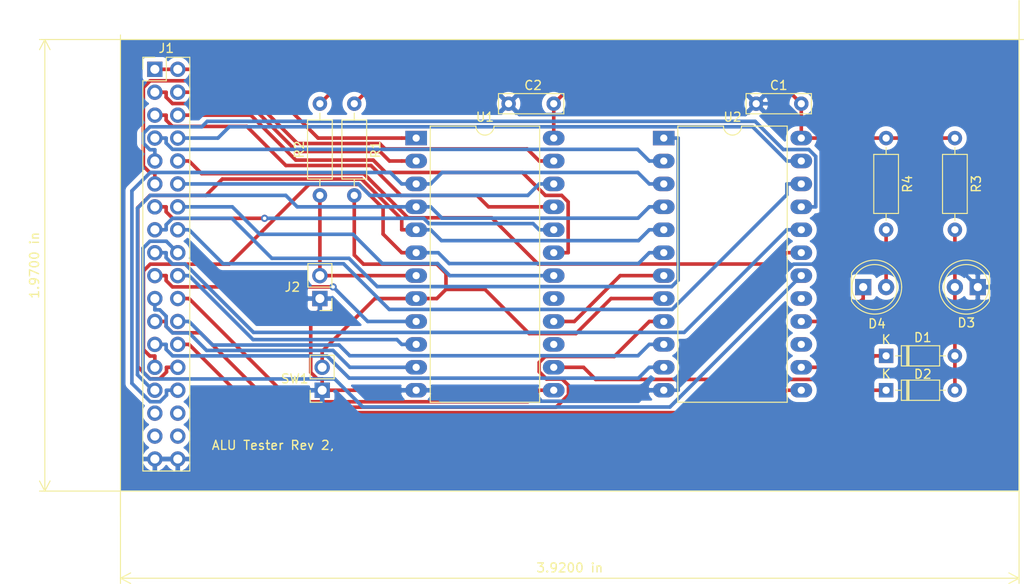
<source format=kicad_pcb>
(kicad_pcb (version 20171130) (host pcbnew "(5.1.5)-3")

  (general
    (thickness 1.6)
    (drawings 7)
    (tracks 347)
    (zones 0)
    (modules 15)
    (nets 39)
  )

  (page A4)
  (layers
    (0 F.Cu signal)
    (31 B.Cu signal)
    (32 B.Adhes user)
    (33 F.Adhes user)
    (34 B.Paste user)
    (35 F.Paste user)
    (36 B.SilkS user)
    (37 F.SilkS user)
    (38 B.Mask user)
    (39 F.Mask user)
    (40 Dwgs.User user)
    (41 Cmts.User user)
    (42 Eco1.User user)
    (43 Eco2.User user)
    (44 Edge.Cuts user)
    (45 Margin user)
    (46 B.CrtYd user)
    (47 F.CrtYd user)
    (48 B.Fab user)
    (49 F.Fab user)
  )

  (setup
    (last_trace_width 0.5)
    (user_trace_width 0.2)
    (user_trace_width 0.3)
    (user_trace_width 0.4)
    (user_trace_width 0.5)
    (user_trace_width 0.65)
    (user_trace_width 1)
    (trace_clearance 0.2)
    (zone_clearance 0.508)
    (zone_45_only no)
    (trace_min 0.2)
    (via_size 0.8)
    (via_drill 0.4)
    (via_min_size 0.4)
    (via_min_drill 0.3)
    (user_via 0.4 0.35)
    (user_via 0.55 0.5)
    (uvia_size 0.3)
    (uvia_drill 0.1)
    (uvias_allowed no)
    (uvia_min_size 0.2)
    (uvia_min_drill 0.1)
    (edge_width 0.05)
    (segment_width 0.2)
    (pcb_text_width 0.3)
    (pcb_text_size 1.5 1.5)
    (mod_edge_width 0.12)
    (mod_text_size 1 1)
    (mod_text_width 0.15)
    (pad_size 1.524 1.524)
    (pad_drill 0.762)
    (pad_to_mask_clearance 0.051)
    (solder_mask_min_width 0.25)
    (aux_axis_origin 0 0)
    (visible_elements 7FFFEFFF)
    (pcbplotparams
      (layerselection 0x010fc_ffffffff)
      (usegerberextensions true)
      (usegerberattributes false)
      (usegerberadvancedattributes false)
      (creategerberjobfile false)
      (excludeedgelayer true)
      (linewidth 0.100000)
      (plotframeref false)
      (viasonmask false)
      (mode 1)
      (useauxorigin false)
      (hpglpennumber 1)
      (hpglpenspeed 20)
      (hpglpendiameter 15.000000)
      (psnegative false)
      (psa4output false)
      (plotreference true)
      (plotvalue true)
      (plotinvisibletext false)
      (padsonsilk false)
      (subtractmaskfromsilk false)
      (outputformat 1)
      (mirror false)
      (drillshape 0)
      (scaleselection 1)
      (outputdirectory "Gerber/"))
  )

  (net 0 "")
  (net 1 GND)
  (net 2 5V)
  (net 3 "Net-(D1-Pad2)")
  (net 4 EAB2)
  (net 5 EAB1)
  (net 6 "Net-(D4-Pad2)")
  (net 7 OF)
  (net 8 D49)
  (net 9 D48)
  (net 10 D47)
  (net 11 D46)
  (net 12 D45)
  (net 13 D44)
  (net 14 D43)
  (net 15 D42)
  (net 16 D41)
  (net 17 D40)
  (net 18 D39)
  (net 19 D38)
  (net 20 D37)
  (net 21 D36)
  (net 22 D35)
  (net 23 D34)
  (net 24 D33)
  (net 25 D32)
  (net 26 D31)
  (net 27 D30)
  (net 28 D29)
  (net 29 D28)
  (net 30 D27)
  (net 31 D26)
  (net 32 D25)
  (net 33 D24)
  (net 34 D23)
  (net 35 D22)
  (net 36 "Net-(J2-Pad2)")
  (net 37 MODE_CONT)
  (net 38 "Net-(U1-Pad16)")

  (net_class Default "This is the default net class."
    (clearance 0.2)
    (trace_width 0.25)
    (via_dia 0.8)
    (via_drill 0.4)
    (uvia_dia 0.3)
    (uvia_drill 0.1)
    (add_net 5V)
    (add_net D22)
    (add_net D23)
    (add_net D24)
    (add_net D25)
    (add_net D26)
    (add_net D27)
    (add_net D28)
    (add_net D29)
    (add_net D30)
    (add_net D31)
    (add_net D32)
    (add_net D33)
    (add_net D34)
    (add_net D35)
    (add_net D36)
    (add_net D37)
    (add_net D38)
    (add_net D39)
    (add_net D40)
    (add_net D41)
    (add_net D42)
    (add_net D43)
    (add_net D44)
    (add_net D45)
    (add_net D46)
    (add_net D47)
    (add_net D48)
    (add_net D49)
    (add_net EAB1)
    (add_net EAB2)
    (add_net GND)
    (add_net MODE_CONT)
    (add_net "Net-(D1-Pad2)")
    (add_net "Net-(D4-Pad2)")
    (add_net "Net-(J2-Pad2)")
    (add_net "Net-(U1-Pad16)")
    (add_net OF)
  )

  (module Package_DIP:DIP-24_W15.24mm_LongPads (layer F.Cu) (tedit 5A02E8C5) (tstamp 5E9A8E51)
    (at 130.048 82.55)
    (descr "24-lead though-hole mounted DIP package, row spacing 15.24 mm (600 mils), LongPads")
    (tags "THT DIP DIL PDIP 2.54mm 15.24mm 600mil LongPads")
    (path /5E9B348F)
    (fp_text reference U2 (at 7.62 -2.33) (layer F.SilkS)
      (effects (font (size 1 1) (thickness 0.15)))
    )
    (fp_text value 74LS181 (at 7.62 30.27) (layer F.Fab)
      (effects (font (size 1 1) (thickness 0.15)))
    )
    (fp_text user %R (at 7.62 13.97) (layer F.Fab)
      (effects (font (size 1 1) (thickness 0.15)))
    )
    (fp_line (start 16.7 -1.55) (end -1.5 -1.55) (layer F.CrtYd) (width 0.05))
    (fp_line (start 16.7 29.5) (end 16.7 -1.55) (layer F.CrtYd) (width 0.05))
    (fp_line (start -1.5 29.5) (end 16.7 29.5) (layer F.CrtYd) (width 0.05))
    (fp_line (start -1.5 -1.55) (end -1.5 29.5) (layer F.CrtYd) (width 0.05))
    (fp_line (start 13.68 -1.33) (end 8.62 -1.33) (layer F.SilkS) (width 0.12))
    (fp_line (start 13.68 29.27) (end 13.68 -1.33) (layer F.SilkS) (width 0.12))
    (fp_line (start 1.56 29.27) (end 13.68 29.27) (layer F.SilkS) (width 0.12))
    (fp_line (start 1.56 -1.33) (end 1.56 29.27) (layer F.SilkS) (width 0.12))
    (fp_line (start 6.62 -1.33) (end 1.56 -1.33) (layer F.SilkS) (width 0.12))
    (fp_line (start 0.255 -0.27) (end 1.255 -1.27) (layer F.Fab) (width 0.1))
    (fp_line (start 0.255 29.21) (end 0.255 -0.27) (layer F.Fab) (width 0.1))
    (fp_line (start 14.985 29.21) (end 0.255 29.21) (layer F.Fab) (width 0.1))
    (fp_line (start 14.985 -1.27) (end 14.985 29.21) (layer F.Fab) (width 0.1))
    (fp_line (start 1.255 -1.27) (end 14.985 -1.27) (layer F.Fab) (width 0.1))
    (fp_arc (start 7.62 -1.33) (end 6.62 -1.33) (angle -180) (layer F.SilkS) (width 0.12))
    (pad 24 thru_hole oval (at 15.24 0) (size 2.4 1.6) (drill 0.8) (layers *.Cu *.Mask)
      (net 2 5V))
    (pad 12 thru_hole oval (at 0 27.94) (size 2.4 1.6) (drill 0.8) (layers *.Cu *.Mask)
      (net 1 GND))
    (pad 23 thru_hole oval (at 15.24 2.54) (size 2.4 1.6) (drill 0.8) (layers *.Cu *.Mask)
      (net 30 D27))
    (pad 11 thru_hole oval (at 0 25.4) (size 2.4 1.6) (drill 0.8) (layers *.Cu *.Mask)
      (net 13 D44))
    (pad 22 thru_hole oval (at 15.24 5.08) (size 2.4 1.6) (drill 0.8) (layers *.Cu *.Mask)
      (net 22 D35))
    (pad 10 thru_hole oval (at 0 22.86) (size 2.4 1.6) (drill 0.8) (layers *.Cu *.Mask)
      (net 14 D43))
    (pad 21 thru_hole oval (at 15.24 7.62) (size 2.4 1.6) (drill 0.8) (layers *.Cu *.Mask)
      (net 29 D28))
    (pad 9 thru_hole oval (at 0 20.32) (size 2.4 1.6) (drill 0.8) (layers *.Cu *.Mask)
      (net 15 D42))
    (pad 20 thru_hole oval (at 15.24 10.16) (size 2.4 1.6) (drill 0.8) (layers *.Cu *.Mask)
      (net 21 D36))
    (pad 8 thru_hole oval (at 0 17.78) (size 2.4 1.6) (drill 0.8) (layers *.Cu *.Mask)
      (net 37 MODE_CONT))
    (pad 19 thru_hole oval (at 15.24 12.7) (size 2.4 1.6) (drill 0.8) (layers *.Cu *.Mask)
      (net 28 D29))
    (pad 7 thru_hole oval (at 0 15.24) (size 2.4 1.6) (drill 0.8) (layers *.Cu *.Mask)
      (net 38 "Net-(U1-Pad16)"))
    (pad 18 thru_hole oval (at 15.24 15.24) (size 2.4 1.6) (drill 0.8) (layers *.Cu *.Mask)
      (net 20 D37))
    (pad 6 thru_hole oval (at 0 12.7) (size 2.4 1.6) (drill 0.8) (layers *.Cu *.Mask)
      (net 11 D46))
    (pad 17 thru_hole oval (at 15.24 17.78) (size 2.4 1.6) (drill 0.8) (layers *.Cu *.Mask))
    (pad 5 thru_hole oval (at 0 10.16) (size 2.4 1.6) (drill 0.8) (layers *.Cu *.Mask)
      (net 10 D47))
    (pad 16 thru_hole oval (at 15.24 20.32) (size 2.4 1.6) (drill 0.8) (layers *.Cu *.Mask)
      (net 7 OF))
    (pad 4 thru_hole oval (at 0 7.62) (size 2.4 1.6) (drill 0.8) (layers *.Cu *.Mask)
      (net 9 D48))
    (pad 15 thru_hole oval (at 15.24 22.86) (size 2.4 1.6) (drill 0.8) (layers *.Cu *.Mask))
    (pad 3 thru_hole oval (at 0 5.08) (size 2.4 1.6) (drill 0.8) (layers *.Cu *.Mask)
      (net 8 D49))
    (pad 14 thru_hole oval (at 15.24 25.4) (size 2.4 1.6) (drill 0.8) (layers *.Cu *.Mask)
      (net 4 EAB2))
    (pad 2 thru_hole oval (at 0 2.54) (size 2.4 1.6) (drill 0.8) (layers *.Cu *.Mask)
      (net 31 D26))
    (pad 13 thru_hole oval (at 15.24 27.94) (size 2.4 1.6) (drill 0.8) (layers *.Cu *.Mask)
      (net 12 D45))
    (pad 1 thru_hole rect (at 0 0) (size 2.4 1.6) (drill 0.8) (layers *.Cu *.Mask)
      (net 23 D34))
    (model ${KISYS3DMOD}/Package_DIP.3dshapes/DIP-24_W15.24mm.wrl
      (at (xyz 0 0 0))
      (scale (xyz 1 1 1))
      (rotate (xyz 0 0 0))
    )
  )

  (module Package_DIP:DIP-24_W15.24mm_LongPads (layer F.Cu) (tedit 5A02E8C5) (tstamp 5E9A8E25)
    (at 102.616 82.55)
    (descr "24-lead though-hole mounted DIP package, row spacing 15.24 mm (600 mils), LongPads")
    (tags "THT DIP DIL PDIP 2.54mm 15.24mm 600mil LongPads")
    (path /5E9AE98E)
    (fp_text reference U1 (at 7.62 -2.33) (layer F.SilkS)
      (effects (font (size 1 1) (thickness 0.15)))
    )
    (fp_text value 74LS181 (at 7.62 30.27) (layer F.Fab)
      (effects (font (size 1 1) (thickness 0.15)))
    )
    (fp_text user %R (at 7.62 13.97) (layer F.Fab)
      (effects (font (size 1 1) (thickness 0.15)))
    )
    (fp_line (start 16.7 -1.55) (end -1.5 -1.55) (layer F.CrtYd) (width 0.05))
    (fp_line (start 16.7 29.5) (end 16.7 -1.55) (layer F.CrtYd) (width 0.05))
    (fp_line (start -1.5 29.5) (end 16.7 29.5) (layer F.CrtYd) (width 0.05))
    (fp_line (start -1.5 -1.55) (end -1.5 29.5) (layer F.CrtYd) (width 0.05))
    (fp_line (start 13.68 -1.33) (end 8.62 -1.33) (layer F.SilkS) (width 0.12))
    (fp_line (start 13.68 29.27) (end 13.68 -1.33) (layer F.SilkS) (width 0.12))
    (fp_line (start 1.56 29.27) (end 13.68 29.27) (layer F.SilkS) (width 0.12))
    (fp_line (start 1.56 -1.33) (end 1.56 29.27) (layer F.SilkS) (width 0.12))
    (fp_line (start 6.62 -1.33) (end 1.56 -1.33) (layer F.SilkS) (width 0.12))
    (fp_line (start 0.255 -0.27) (end 1.255 -1.27) (layer F.Fab) (width 0.1))
    (fp_line (start 0.255 29.21) (end 0.255 -0.27) (layer F.Fab) (width 0.1))
    (fp_line (start 14.985 29.21) (end 0.255 29.21) (layer F.Fab) (width 0.1))
    (fp_line (start 14.985 -1.27) (end 14.985 29.21) (layer F.Fab) (width 0.1))
    (fp_line (start 1.255 -1.27) (end 14.985 -1.27) (layer F.Fab) (width 0.1))
    (fp_arc (start 7.62 -1.33) (end 6.62 -1.33) (angle -180) (layer F.SilkS) (width 0.12))
    (pad 24 thru_hole oval (at 15.24 0) (size 2.4 1.6) (drill 0.8) (layers *.Cu *.Mask)
      (net 2 5V))
    (pad 12 thru_hole oval (at 0 27.94) (size 2.4 1.6) (drill 0.8) (layers *.Cu *.Mask)
      (net 1 GND))
    (pad 23 thru_hole oval (at 15.24 2.54) (size 2.4 1.6) (drill 0.8) (layers *.Cu *.Mask)
      (net 34 D23))
    (pad 11 thru_hole oval (at 0 25.4) (size 2.4 1.6) (drill 0.8) (layers *.Cu *.Mask)
      (net 17 D40))
    (pad 22 thru_hole oval (at 15.24 5.08) (size 2.4 1.6) (drill 0.8) (layers *.Cu *.Mask)
      (net 26 D31))
    (pad 10 thru_hole oval (at 0 22.86) (size 2.4 1.6) (drill 0.8) (layers *.Cu *.Mask)
      (net 18 D39))
    (pad 21 thru_hole oval (at 15.24 7.62) (size 2.4 1.6) (drill 0.8) (layers *.Cu *.Mask)
      (net 33 D24))
    (pad 9 thru_hole oval (at 0 20.32) (size 2.4 1.6) (drill 0.8) (layers *.Cu *.Mask)
      (net 19 D38))
    (pad 20 thru_hole oval (at 15.24 10.16) (size 2.4 1.6) (drill 0.8) (layers *.Cu *.Mask)
      (net 25 D32))
    (pad 8 thru_hole oval (at 0 17.78) (size 2.4 1.6) (drill 0.8) (layers *.Cu *.Mask)
      (net 37 MODE_CONT))
    (pad 19 thru_hole oval (at 15.24 12.7) (size 2.4 1.6) (drill 0.8) (layers *.Cu *.Mask)
      (net 32 D25))
    (pad 7 thru_hole oval (at 0 15.24) (size 2.4 1.6) (drill 0.8) (layers *.Cu *.Mask)
      (net 36 "Net-(J2-Pad2)"))
    (pad 18 thru_hole oval (at 15.24 15.24) (size 2.4 1.6) (drill 0.8) (layers *.Cu *.Mask)
      (net 24 D33))
    (pad 6 thru_hole oval (at 0 12.7) (size 2.4 1.6) (drill 0.8) (layers *.Cu *.Mask)
      (net 11 D46))
    (pad 17 thru_hole oval (at 15.24 17.78) (size 2.4 1.6) (drill 0.8) (layers *.Cu *.Mask))
    (pad 5 thru_hole oval (at 0 10.16) (size 2.4 1.6) (drill 0.8) (layers *.Cu *.Mask)
      (net 10 D47))
    (pad 16 thru_hole oval (at 15.24 20.32) (size 2.4 1.6) (drill 0.8) (layers *.Cu *.Mask)
      (net 38 "Net-(U1-Pad16)"))
    (pad 4 thru_hole oval (at 0 7.62) (size 2.4 1.6) (drill 0.8) (layers *.Cu *.Mask)
      (net 9 D48))
    (pad 15 thru_hole oval (at 15.24 22.86) (size 2.4 1.6) (drill 0.8) (layers *.Cu *.Mask))
    (pad 3 thru_hole oval (at 0 5.08) (size 2.4 1.6) (drill 0.8) (layers *.Cu *.Mask)
      (net 8 D49))
    (pad 14 thru_hole oval (at 15.24 25.4) (size 2.4 1.6) (drill 0.8) (layers *.Cu *.Mask)
      (net 5 EAB1))
    (pad 2 thru_hole oval (at 0 2.54) (size 2.4 1.6) (drill 0.8) (layers *.Cu *.Mask)
      (net 35 D22))
    (pad 13 thru_hole oval (at 15.24 27.94) (size 2.4 1.6) (drill 0.8) (layers *.Cu *.Mask)
      (net 16 D41))
    (pad 1 thru_hole rect (at 0 0) (size 2.4 1.6) (drill 0.8) (layers *.Cu *.Mask)
      (net 27 D30))
    (model ${KISYS3DMOD}/Package_DIP.3dshapes/DIP-24_W15.24mm.wrl
      (at (xyz 0 0 0))
      (scale (xyz 1 1 1))
      (rotate (xyz 0 0 0))
    )
  )

  (module Connector_PinSocket_2.54mm:PinSocket_1x02_P2.54mm_Vertical (layer F.Cu) (tedit 5A19A420) (tstamp 5E9A8DF9)
    (at 92.202 110.49 180)
    (descr "Through hole straight socket strip, 1x02, 2.54mm pitch, single row (from Kicad 4.0.7), script generated")
    (tags "Through hole socket strip THT 1x02 2.54mm single row")
    (path /5E9BED21)
    (fp_text reference SW1 (at 3.048 1.27) (layer F.SilkS)
      (effects (font (size 1 1) (thickness 0.15)))
    )
    (fp_text value SW_SPST (at 0 5.31) (layer F.Fab)
      (effects (font (size 1 1) (thickness 0.15)))
    )
    (fp_text user %R (at 2.54 1.27 90) (layer F.Fab)
      (effects (font (size 1 1) (thickness 0.15)))
    )
    (fp_line (start -1.8 4.3) (end -1.8 -1.8) (layer F.CrtYd) (width 0.05))
    (fp_line (start 1.75 4.3) (end -1.8 4.3) (layer F.CrtYd) (width 0.05))
    (fp_line (start 1.75 -1.8) (end 1.75 4.3) (layer F.CrtYd) (width 0.05))
    (fp_line (start -1.8 -1.8) (end 1.75 -1.8) (layer F.CrtYd) (width 0.05))
    (fp_line (start 0 -1.33) (end 1.33 -1.33) (layer F.SilkS) (width 0.12))
    (fp_line (start 1.33 -1.33) (end 1.33 0) (layer F.SilkS) (width 0.12))
    (fp_line (start 1.33 1.27) (end 1.33 3.87) (layer F.SilkS) (width 0.12))
    (fp_line (start -1.33 3.87) (end 1.33 3.87) (layer F.SilkS) (width 0.12))
    (fp_line (start -1.33 1.27) (end -1.33 3.87) (layer F.SilkS) (width 0.12))
    (fp_line (start -1.33 1.27) (end 1.33 1.27) (layer F.SilkS) (width 0.12))
    (fp_line (start -1.27 3.81) (end -1.27 -1.27) (layer F.Fab) (width 0.1))
    (fp_line (start 1.27 3.81) (end -1.27 3.81) (layer F.Fab) (width 0.1))
    (fp_line (start 1.27 -0.635) (end 1.27 3.81) (layer F.Fab) (width 0.1))
    (fp_line (start 0.635 -1.27) (end 1.27 -0.635) (layer F.Fab) (width 0.1))
    (fp_line (start -1.27 -1.27) (end 0.635 -1.27) (layer F.Fab) (width 0.1))
    (pad 2 thru_hole oval (at 0 2.54 180) (size 1.7 1.7) (drill 1) (layers *.Cu *.Mask)
      (net 37 MODE_CONT))
    (pad 1 thru_hole rect (at 0 0 180) (size 1.7 1.7) (drill 1) (layers *.Cu *.Mask)
      (net 1 GND))
    (model ${KISYS3DMOD}/Connector_PinSocket_2.54mm.3dshapes/PinSocket_1x02_P2.54mm_Vertical.wrl
      (at (xyz 0 0 0))
      (scale (xyz 1 1 1))
      (rotate (xyz 0 0 0))
    )
  )

  (module Resistor_THT:R_Axial_DIN0207_L6.3mm_D2.5mm_P10.16mm_Horizontal (layer F.Cu) (tedit 5AE5139B) (tstamp 5E9A8DE3)
    (at 154.686 82.55 270)
    (descr "Resistor, Axial_DIN0207 series, Axial, Horizontal, pin pitch=10.16mm, 0.25W = 1/4W, length*diameter=6.3*2.5mm^2, http://cdn-reichelt.de/documents/datenblatt/B400/1_4W%23YAG.pdf")
    (tags "Resistor Axial_DIN0207 series Axial Horizontal pin pitch 10.16mm 0.25W = 1/4W length 6.3mm diameter 2.5mm")
    (path /5E9D8B6E)
    (fp_text reference R4 (at 5.08 -2.37 90) (layer F.SilkS)
      (effects (font (size 1 1) (thickness 0.15)))
    )
    (fp_text value 1K (at 5.08 2.37 90) (layer F.Fab)
      (effects (font (size 1 1) (thickness 0.15)))
    )
    (fp_text user %R (at 5.08 0 90) (layer F.Fab)
      (effects (font (size 1 1) (thickness 0.15)))
    )
    (fp_line (start 11.21 -1.5) (end -1.05 -1.5) (layer F.CrtYd) (width 0.05))
    (fp_line (start 11.21 1.5) (end 11.21 -1.5) (layer F.CrtYd) (width 0.05))
    (fp_line (start -1.05 1.5) (end 11.21 1.5) (layer F.CrtYd) (width 0.05))
    (fp_line (start -1.05 -1.5) (end -1.05 1.5) (layer F.CrtYd) (width 0.05))
    (fp_line (start 9.12 0) (end 8.35 0) (layer F.SilkS) (width 0.12))
    (fp_line (start 1.04 0) (end 1.81 0) (layer F.SilkS) (width 0.12))
    (fp_line (start 8.35 -1.37) (end 1.81 -1.37) (layer F.SilkS) (width 0.12))
    (fp_line (start 8.35 1.37) (end 8.35 -1.37) (layer F.SilkS) (width 0.12))
    (fp_line (start 1.81 1.37) (end 8.35 1.37) (layer F.SilkS) (width 0.12))
    (fp_line (start 1.81 -1.37) (end 1.81 1.37) (layer F.SilkS) (width 0.12))
    (fp_line (start 10.16 0) (end 8.23 0) (layer F.Fab) (width 0.1))
    (fp_line (start 0 0) (end 1.93 0) (layer F.Fab) (width 0.1))
    (fp_line (start 8.23 -1.25) (end 1.93 -1.25) (layer F.Fab) (width 0.1))
    (fp_line (start 8.23 1.25) (end 8.23 -1.25) (layer F.Fab) (width 0.1))
    (fp_line (start 1.93 1.25) (end 8.23 1.25) (layer F.Fab) (width 0.1))
    (fp_line (start 1.93 -1.25) (end 1.93 1.25) (layer F.Fab) (width 0.1))
    (pad 2 thru_hole oval (at 10.16 0 270) (size 1.6 1.6) (drill 0.8) (layers *.Cu *.Mask)
      (net 6 "Net-(D4-Pad2)"))
    (pad 1 thru_hole circle (at 0 0 270) (size 1.6 1.6) (drill 0.8) (layers *.Cu *.Mask)
      (net 2 5V))
    (model ${KISYS3DMOD}/Resistor_THT.3dshapes/R_Axial_DIN0207_L6.3mm_D2.5mm_P10.16mm_Horizontal.wrl
      (at (xyz 0 0 0))
      (scale (xyz 1 1 1))
      (rotate (xyz 0 0 0))
    )
  )

  (module Resistor_THT:R_Axial_DIN0207_L6.3mm_D2.5mm_P10.16mm_Horizontal (layer F.Cu) (tedit 5AE5139B) (tstamp 5E9A8DCC)
    (at 162.306 82.55 270)
    (descr "Resistor, Axial_DIN0207 series, Axial, Horizontal, pin pitch=10.16mm, 0.25W = 1/4W, length*diameter=6.3*2.5mm^2, http://cdn-reichelt.de/documents/datenblatt/B400/1_4W%23YAG.pdf")
    (tags "Resistor Axial_DIN0207 series Axial Horizontal pin pitch 10.16mm 0.25W = 1/4W length 6.3mm diameter 2.5mm")
    (path /5E9D51C1)
    (fp_text reference R3 (at 5.08 -2.37 90) (layer F.SilkS)
      (effects (font (size 1 1) (thickness 0.15)))
    )
    (fp_text value 1K (at 5.08 2.37 90) (layer F.Fab)
      (effects (font (size 1 1) (thickness 0.15)))
    )
    (fp_text user %R (at 5.08 0 90) (layer F.Fab)
      (effects (font (size 1 1) (thickness 0.15)))
    )
    (fp_line (start 11.21 -1.5) (end -1.05 -1.5) (layer F.CrtYd) (width 0.05))
    (fp_line (start 11.21 1.5) (end 11.21 -1.5) (layer F.CrtYd) (width 0.05))
    (fp_line (start -1.05 1.5) (end 11.21 1.5) (layer F.CrtYd) (width 0.05))
    (fp_line (start -1.05 -1.5) (end -1.05 1.5) (layer F.CrtYd) (width 0.05))
    (fp_line (start 9.12 0) (end 8.35 0) (layer F.SilkS) (width 0.12))
    (fp_line (start 1.04 0) (end 1.81 0) (layer F.SilkS) (width 0.12))
    (fp_line (start 8.35 -1.37) (end 1.81 -1.37) (layer F.SilkS) (width 0.12))
    (fp_line (start 8.35 1.37) (end 8.35 -1.37) (layer F.SilkS) (width 0.12))
    (fp_line (start 1.81 1.37) (end 8.35 1.37) (layer F.SilkS) (width 0.12))
    (fp_line (start 1.81 -1.37) (end 1.81 1.37) (layer F.SilkS) (width 0.12))
    (fp_line (start 10.16 0) (end 8.23 0) (layer F.Fab) (width 0.1))
    (fp_line (start 0 0) (end 1.93 0) (layer F.Fab) (width 0.1))
    (fp_line (start 8.23 -1.25) (end 1.93 -1.25) (layer F.Fab) (width 0.1))
    (fp_line (start 8.23 1.25) (end 8.23 -1.25) (layer F.Fab) (width 0.1))
    (fp_line (start 1.93 1.25) (end 8.23 1.25) (layer F.Fab) (width 0.1))
    (fp_line (start 1.93 -1.25) (end 1.93 1.25) (layer F.Fab) (width 0.1))
    (pad 2 thru_hole oval (at 10.16 0 270) (size 1.6 1.6) (drill 0.8) (layers *.Cu *.Mask)
      (net 3 "Net-(D1-Pad2)"))
    (pad 1 thru_hole circle (at 0 0 270) (size 1.6 1.6) (drill 0.8) (layers *.Cu *.Mask)
      (net 2 5V))
    (model ${KISYS3DMOD}/Resistor_THT.3dshapes/R_Axial_DIN0207_L6.3mm_D2.5mm_P10.16mm_Horizontal.wrl
      (at (xyz 0 0 0))
      (scale (xyz 1 1 1))
      (rotate (xyz 0 0 0))
    )
  )

  (module Resistor_THT:R_Axial_DIN0207_L6.3mm_D2.5mm_P10.16mm_Horizontal (layer F.Cu) (tedit 5AE5139B) (tstamp 5E9A8DB5)
    (at 91.948 78.74 270)
    (descr "Resistor, Axial_DIN0207 series, Axial, Horizontal, pin pitch=10.16mm, 0.25W = 1/4W, length*diameter=6.3*2.5mm^2, http://cdn-reichelt.de/documents/datenblatt/B400/1_4W%23YAG.pdf")
    (tags "Resistor Axial_DIN0207 series Axial Horizontal pin pitch 10.16mm 0.25W = 1/4W length 6.3mm diameter 2.5mm")
    (path /5E9D0354)
    (fp_text reference R2 (at 5.08 2.286 90) (layer F.SilkS)
      (effects (font (size 1 1) (thickness 0.15)))
    )
    (fp_text value 1K (at 5.08 2.37 90) (layer F.Fab)
      (effects (font (size 1 1) (thickness 0.15)))
    )
    (fp_text user %R (at 5.08 0 90) (layer F.Fab)
      (effects (font (size 1 1) (thickness 0.15)))
    )
    (fp_line (start 11.21 -1.5) (end -1.05 -1.5) (layer F.CrtYd) (width 0.05))
    (fp_line (start 11.21 1.5) (end 11.21 -1.5) (layer F.CrtYd) (width 0.05))
    (fp_line (start -1.05 1.5) (end 11.21 1.5) (layer F.CrtYd) (width 0.05))
    (fp_line (start -1.05 -1.5) (end -1.05 1.5) (layer F.CrtYd) (width 0.05))
    (fp_line (start 9.12 0) (end 8.35 0) (layer F.SilkS) (width 0.12))
    (fp_line (start 1.04 0) (end 1.81 0) (layer F.SilkS) (width 0.12))
    (fp_line (start 8.35 -1.37) (end 1.81 -1.37) (layer F.SilkS) (width 0.12))
    (fp_line (start 8.35 1.37) (end 8.35 -1.37) (layer F.SilkS) (width 0.12))
    (fp_line (start 1.81 1.37) (end 8.35 1.37) (layer F.SilkS) (width 0.12))
    (fp_line (start 1.81 -1.37) (end 1.81 1.37) (layer F.SilkS) (width 0.12))
    (fp_line (start 10.16 0) (end 8.23 0) (layer F.Fab) (width 0.1))
    (fp_line (start 0 0) (end 1.93 0) (layer F.Fab) (width 0.1))
    (fp_line (start 8.23 -1.25) (end 1.93 -1.25) (layer F.Fab) (width 0.1))
    (fp_line (start 8.23 1.25) (end 8.23 -1.25) (layer F.Fab) (width 0.1))
    (fp_line (start 1.93 1.25) (end 8.23 1.25) (layer F.Fab) (width 0.1))
    (fp_line (start 1.93 -1.25) (end 1.93 1.25) (layer F.Fab) (width 0.1))
    (pad 2 thru_hole oval (at 10.16 0 270) (size 1.6 1.6) (drill 0.8) (layers *.Cu *.Mask)
      (net 36 "Net-(J2-Pad2)"))
    (pad 1 thru_hole circle (at 0 0 270) (size 1.6 1.6) (drill 0.8) (layers *.Cu *.Mask)
      (net 2 5V))
    (model ${KISYS3DMOD}/Resistor_THT.3dshapes/R_Axial_DIN0207_L6.3mm_D2.5mm_P10.16mm_Horizontal.wrl
      (at (xyz 0 0 0))
      (scale (xyz 1 1 1))
      (rotate (xyz 0 0 0))
    )
  )

  (module Resistor_THT:R_Axial_DIN0207_L6.3mm_D2.5mm_P10.16mm_Horizontal (layer F.Cu) (tedit 5AE5139B) (tstamp 5E9A8D9E)
    (at 95.758 78.74 270)
    (descr "Resistor, Axial_DIN0207 series, Axial, Horizontal, pin pitch=10.16mm, 0.25W = 1/4W, length*diameter=6.3*2.5mm^2, http://cdn-reichelt.de/documents/datenblatt/B400/1_4W%23YAG.pdf")
    (tags "Resistor Axial_DIN0207 series Axial Horizontal pin pitch 10.16mm 0.25W = 1/4W length 6.3mm diameter 2.5mm")
    (path /5E9C0145)
    (fp_text reference R1 (at 5.08 -2.37 90) (layer F.SilkS)
      (effects (font (size 1 1) (thickness 0.15)))
    )
    (fp_text value 1K (at 5.08 2.37 90) (layer F.Fab)
      (effects (font (size 1 1) (thickness 0.15)))
    )
    (fp_text user %R (at 5.08 0 90) (layer F.Fab)
      (effects (font (size 1 1) (thickness 0.15)))
    )
    (fp_line (start 11.21 -1.5) (end -1.05 -1.5) (layer F.CrtYd) (width 0.05))
    (fp_line (start 11.21 1.5) (end 11.21 -1.5) (layer F.CrtYd) (width 0.05))
    (fp_line (start -1.05 1.5) (end 11.21 1.5) (layer F.CrtYd) (width 0.05))
    (fp_line (start -1.05 -1.5) (end -1.05 1.5) (layer F.CrtYd) (width 0.05))
    (fp_line (start 9.12 0) (end 8.35 0) (layer F.SilkS) (width 0.12))
    (fp_line (start 1.04 0) (end 1.81 0) (layer F.SilkS) (width 0.12))
    (fp_line (start 8.35 -1.37) (end 1.81 -1.37) (layer F.SilkS) (width 0.12))
    (fp_line (start 8.35 1.37) (end 8.35 -1.37) (layer F.SilkS) (width 0.12))
    (fp_line (start 1.81 1.37) (end 8.35 1.37) (layer F.SilkS) (width 0.12))
    (fp_line (start 1.81 -1.37) (end 1.81 1.37) (layer F.SilkS) (width 0.12))
    (fp_line (start 10.16 0) (end 8.23 0) (layer F.Fab) (width 0.1))
    (fp_line (start 0 0) (end 1.93 0) (layer F.Fab) (width 0.1))
    (fp_line (start 8.23 -1.25) (end 1.93 -1.25) (layer F.Fab) (width 0.1))
    (fp_line (start 8.23 1.25) (end 8.23 -1.25) (layer F.Fab) (width 0.1))
    (fp_line (start 1.93 1.25) (end 8.23 1.25) (layer F.Fab) (width 0.1))
    (fp_line (start 1.93 -1.25) (end 1.93 1.25) (layer F.Fab) (width 0.1))
    (pad 2 thru_hole oval (at 10.16 0 270) (size 1.6 1.6) (drill 0.8) (layers *.Cu *.Mask)
      (net 37 MODE_CONT))
    (pad 1 thru_hole circle (at 0 0 270) (size 1.6 1.6) (drill 0.8) (layers *.Cu *.Mask)
      (net 2 5V))
    (model ${KISYS3DMOD}/Resistor_THT.3dshapes/R_Axial_DIN0207_L6.3mm_D2.5mm_P10.16mm_Horizontal.wrl
      (at (xyz 0 0 0))
      (scale (xyz 1 1 1))
      (rotate (xyz 0 0 0))
    )
  )

  (module Connector_PinHeader_2.54mm:PinHeader_1x02_P2.54mm_Vertical (layer F.Cu) (tedit 59FED5CC) (tstamp 5E9A8D87)
    (at 91.948 100.33 180)
    (descr "Through hole straight pin header, 1x02, 2.54mm pitch, single row")
    (tags "Through hole pin header THT 1x02 2.54mm single row")
    (path /5E9D1263)
    (fp_text reference J2 (at 3.048 1.27) (layer F.SilkS)
      (effects (font (size 1 1) (thickness 0.15)))
    )
    (fp_text value Conn_01x02 (at 0 4.87) (layer F.Fab)
      (effects (font (size 1 1) (thickness 0.15)))
    )
    (fp_text user %R (at 0 1.27 90) (layer F.Fab)
      (effects (font (size 1 1) (thickness 0.15)))
    )
    (fp_line (start 1.8 -1.8) (end -1.8 -1.8) (layer F.CrtYd) (width 0.05))
    (fp_line (start 1.8 4.35) (end 1.8 -1.8) (layer F.CrtYd) (width 0.05))
    (fp_line (start -1.8 4.35) (end 1.8 4.35) (layer F.CrtYd) (width 0.05))
    (fp_line (start -1.8 -1.8) (end -1.8 4.35) (layer F.CrtYd) (width 0.05))
    (fp_line (start -1.33 -1.33) (end 0 -1.33) (layer F.SilkS) (width 0.12))
    (fp_line (start -1.33 0) (end -1.33 -1.33) (layer F.SilkS) (width 0.12))
    (fp_line (start -1.33 1.27) (end 1.33 1.27) (layer F.SilkS) (width 0.12))
    (fp_line (start 1.33 1.27) (end 1.33 3.87) (layer F.SilkS) (width 0.12))
    (fp_line (start -1.33 1.27) (end -1.33 3.87) (layer F.SilkS) (width 0.12))
    (fp_line (start -1.33 3.87) (end 1.33 3.87) (layer F.SilkS) (width 0.12))
    (fp_line (start -1.27 -0.635) (end -0.635 -1.27) (layer F.Fab) (width 0.1))
    (fp_line (start -1.27 3.81) (end -1.27 -0.635) (layer F.Fab) (width 0.1))
    (fp_line (start 1.27 3.81) (end -1.27 3.81) (layer F.Fab) (width 0.1))
    (fp_line (start 1.27 -1.27) (end 1.27 3.81) (layer F.Fab) (width 0.1))
    (fp_line (start -0.635 -1.27) (end 1.27 -1.27) (layer F.Fab) (width 0.1))
    (pad 2 thru_hole oval (at 0 2.54 180) (size 1.7 1.7) (drill 1) (layers *.Cu *.Mask)
      (net 36 "Net-(J2-Pad2)"))
    (pad 1 thru_hole rect (at 0 0 180) (size 1.7 1.7) (drill 1) (layers *.Cu *.Mask)
      (net 1 GND))
    (model ${KISYS3DMOD}/Connector_PinHeader_2.54mm.3dshapes/PinHeader_1x02_P2.54mm_Vertical.wrl
      (at (xyz 0 0 0))
      (scale (xyz 1 1 1))
      (rotate (xyz 0 0 0))
    )
  )

  (module Connector_PinHeader_2.54mm:PinHeader_2x18_P2.54mm_Vertical (layer F.Cu) (tedit 59FED5CC) (tstamp 5E9A8D71)
    (at 73.66 74.93)
    (descr "Through hole straight pin header, 2x18, 2.54mm pitch, double rows")
    (tags "Through hole pin header THT 2x18 2.54mm double row")
    (path /5E9A59D8)
    (fp_text reference J1 (at 1.27 -2.33) (layer F.SilkS)
      (effects (font (size 1 1) (thickness 0.15)))
    )
    (fp_text value Conn_02x18_Odd_Even (at 1.27 45.51) (layer F.Fab)
      (effects (font (size 1 1) (thickness 0.15)))
    )
    (fp_text user %R (at 1.27 21.59 90) (layer F.Fab)
      (effects (font (size 1 1) (thickness 0.15)))
    )
    (fp_line (start 4.35 -1.8) (end -1.8 -1.8) (layer F.CrtYd) (width 0.05))
    (fp_line (start 4.35 44.95) (end 4.35 -1.8) (layer F.CrtYd) (width 0.05))
    (fp_line (start -1.8 44.95) (end 4.35 44.95) (layer F.CrtYd) (width 0.05))
    (fp_line (start -1.8 -1.8) (end -1.8 44.95) (layer F.CrtYd) (width 0.05))
    (fp_line (start -1.33 -1.33) (end 0 -1.33) (layer F.SilkS) (width 0.12))
    (fp_line (start -1.33 0) (end -1.33 -1.33) (layer F.SilkS) (width 0.12))
    (fp_line (start 1.27 -1.33) (end 3.87 -1.33) (layer F.SilkS) (width 0.12))
    (fp_line (start 1.27 1.27) (end 1.27 -1.33) (layer F.SilkS) (width 0.12))
    (fp_line (start -1.33 1.27) (end 1.27 1.27) (layer F.SilkS) (width 0.12))
    (fp_line (start 3.87 -1.33) (end 3.87 44.51) (layer F.SilkS) (width 0.12))
    (fp_line (start -1.33 1.27) (end -1.33 44.51) (layer F.SilkS) (width 0.12))
    (fp_line (start -1.33 44.51) (end 3.87 44.51) (layer F.SilkS) (width 0.12))
    (fp_line (start -1.27 0) (end 0 -1.27) (layer F.Fab) (width 0.1))
    (fp_line (start -1.27 44.45) (end -1.27 0) (layer F.Fab) (width 0.1))
    (fp_line (start 3.81 44.45) (end -1.27 44.45) (layer F.Fab) (width 0.1))
    (fp_line (start 3.81 -1.27) (end 3.81 44.45) (layer F.Fab) (width 0.1))
    (fp_line (start 0 -1.27) (end 3.81 -1.27) (layer F.Fab) (width 0.1))
    (pad 36 thru_hole oval (at 2.54 43.18) (size 1.7 1.7) (drill 1) (layers *.Cu *.Mask)
      (net 1 GND))
    (pad 35 thru_hole oval (at 0 43.18) (size 1.7 1.7) (drill 1) (layers *.Cu *.Mask)
      (net 1 GND))
    (pad 34 thru_hole oval (at 2.54 40.64) (size 1.7 1.7) (drill 1) (layers *.Cu *.Mask))
    (pad 33 thru_hole oval (at 0 40.64) (size 1.7 1.7) (drill 1) (layers *.Cu *.Mask))
    (pad 32 thru_hole oval (at 2.54 38.1) (size 1.7 1.7) (drill 1) (layers *.Cu *.Mask))
    (pad 31 thru_hole oval (at 0 38.1) (size 1.7 1.7) (drill 1) (layers *.Cu *.Mask))
    (pad 30 thru_hole oval (at 2.54 35.56) (size 1.7 1.7) (drill 1) (layers *.Cu *.Mask)
      (net 8 D49))
    (pad 29 thru_hole oval (at 0 35.56) (size 1.7 1.7) (drill 1) (layers *.Cu *.Mask)
      (net 9 D48))
    (pad 28 thru_hole oval (at 2.54 33.02) (size 1.7 1.7) (drill 1) (layers *.Cu *.Mask)
      (net 10 D47))
    (pad 27 thru_hole oval (at 0 33.02) (size 1.7 1.7) (drill 1) (layers *.Cu *.Mask)
      (net 11 D46))
    (pad 26 thru_hole oval (at 2.54 30.48) (size 1.7 1.7) (drill 1) (layers *.Cu *.Mask)
      (net 12 D45))
    (pad 25 thru_hole oval (at 0 30.48) (size 1.7 1.7) (drill 1) (layers *.Cu *.Mask)
      (net 13 D44))
    (pad 24 thru_hole oval (at 2.54 27.94) (size 1.7 1.7) (drill 1) (layers *.Cu *.Mask)
      (net 14 D43))
    (pad 23 thru_hole oval (at 0 27.94) (size 1.7 1.7) (drill 1) (layers *.Cu *.Mask)
      (net 15 D42))
    (pad 22 thru_hole oval (at 2.54 25.4) (size 1.7 1.7) (drill 1) (layers *.Cu *.Mask)
      (net 16 D41))
    (pad 21 thru_hole oval (at 0 25.4) (size 1.7 1.7) (drill 1) (layers *.Cu *.Mask)
      (net 17 D40))
    (pad 20 thru_hole oval (at 2.54 22.86) (size 1.7 1.7) (drill 1) (layers *.Cu *.Mask)
      (net 18 D39))
    (pad 19 thru_hole oval (at 0 22.86) (size 1.7 1.7) (drill 1) (layers *.Cu *.Mask)
      (net 19 D38))
    (pad 18 thru_hole oval (at 2.54 20.32) (size 1.7 1.7) (drill 1) (layers *.Cu *.Mask)
      (net 20 D37))
    (pad 17 thru_hole oval (at 0 20.32) (size 1.7 1.7) (drill 1) (layers *.Cu *.Mask)
      (net 21 D36))
    (pad 16 thru_hole oval (at 2.54 17.78) (size 1.7 1.7) (drill 1) (layers *.Cu *.Mask)
      (net 22 D35))
    (pad 15 thru_hole oval (at 0 17.78) (size 1.7 1.7) (drill 1) (layers *.Cu *.Mask)
      (net 23 D34))
    (pad 14 thru_hole oval (at 2.54 15.24) (size 1.7 1.7) (drill 1) (layers *.Cu *.Mask)
      (net 24 D33))
    (pad 13 thru_hole oval (at 0 15.24) (size 1.7 1.7) (drill 1) (layers *.Cu *.Mask)
      (net 25 D32))
    (pad 12 thru_hole oval (at 2.54 12.7) (size 1.7 1.7) (drill 1) (layers *.Cu *.Mask)
      (net 26 D31))
    (pad 11 thru_hole oval (at 0 12.7) (size 1.7 1.7) (drill 1) (layers *.Cu *.Mask)
      (net 27 D30))
    (pad 10 thru_hole oval (at 2.54 10.16) (size 1.7 1.7) (drill 1) (layers *.Cu *.Mask)
      (net 28 D29))
    (pad 9 thru_hole oval (at 0 10.16) (size 1.7 1.7) (drill 1) (layers *.Cu *.Mask)
      (net 29 D28))
    (pad 8 thru_hole oval (at 2.54 7.62) (size 1.7 1.7) (drill 1) (layers *.Cu *.Mask)
      (net 30 D27))
    (pad 7 thru_hole oval (at 0 7.62) (size 1.7 1.7) (drill 1) (layers *.Cu *.Mask)
      (net 31 D26))
    (pad 6 thru_hole oval (at 2.54 5.08) (size 1.7 1.7) (drill 1) (layers *.Cu *.Mask)
      (net 32 D25))
    (pad 5 thru_hole oval (at 0 5.08) (size 1.7 1.7) (drill 1) (layers *.Cu *.Mask)
      (net 33 D24))
    (pad 4 thru_hole oval (at 2.54 2.54) (size 1.7 1.7) (drill 1) (layers *.Cu *.Mask)
      (net 34 D23))
    (pad 3 thru_hole oval (at 0 2.54) (size 1.7 1.7) (drill 1) (layers *.Cu *.Mask)
      (net 35 D22))
    (pad 2 thru_hole oval (at 2.54 0) (size 1.7 1.7) (drill 1) (layers *.Cu *.Mask)
      (net 2 5V))
    (pad 1 thru_hole rect (at 0 0) (size 1.7 1.7) (drill 1) (layers *.Cu *.Mask)
      (net 2 5V))
    (model ${KISYS3DMOD}/Connector_PinHeader_2.54mm.3dshapes/PinHeader_2x18_P2.54mm_Vertical.wrl
      (at (xyz 0 0 0))
      (scale (xyz 1 1 1))
      (rotate (xyz 0 0 0))
    )
  )

  (module LED_THT:LED_D5.0mm (layer F.Cu) (tedit 5995936A) (tstamp 5E9A8D37)
    (at 152.146 99.06)
    (descr "LED, diameter 5.0mm, 2 pins, http://cdn-reichelt.de/documents/datenblatt/A500/LL-504BC2E-009.pdf")
    (tags "LED diameter 5.0mm 2 pins")
    (path /5E9D8566)
    (fp_text reference D4 (at 1.524 4.064) (layer F.SilkS)
      (effects (font (size 1 1) (thickness 0.15)))
    )
    (fp_text value LED (at 1.27 3.96) (layer F.Fab)
      (effects (font (size 1 1) (thickness 0.15)))
    )
    (fp_text user %R (at 1.25 0) (layer F.Fab)
      (effects (font (size 0.8 0.8) (thickness 0.2)))
    )
    (fp_line (start 4.5 -3.25) (end -1.95 -3.25) (layer F.CrtYd) (width 0.05))
    (fp_line (start 4.5 3.25) (end 4.5 -3.25) (layer F.CrtYd) (width 0.05))
    (fp_line (start -1.95 3.25) (end 4.5 3.25) (layer F.CrtYd) (width 0.05))
    (fp_line (start -1.95 -3.25) (end -1.95 3.25) (layer F.CrtYd) (width 0.05))
    (fp_line (start -1.29 -1.545) (end -1.29 1.545) (layer F.SilkS) (width 0.12))
    (fp_line (start -1.23 -1.469694) (end -1.23 1.469694) (layer F.Fab) (width 0.1))
    (fp_circle (center 1.27 0) (end 3.77 0) (layer F.SilkS) (width 0.12))
    (fp_circle (center 1.27 0) (end 3.77 0) (layer F.Fab) (width 0.1))
    (fp_arc (start 1.27 0) (end -1.29 1.54483) (angle -148.9) (layer F.SilkS) (width 0.12))
    (fp_arc (start 1.27 0) (end -1.29 -1.54483) (angle 148.9) (layer F.SilkS) (width 0.12))
    (fp_arc (start 1.27 0) (end -1.23 -1.469694) (angle 299.1) (layer F.Fab) (width 0.1))
    (pad 2 thru_hole circle (at 2.54 0) (size 1.8 1.8) (drill 0.9) (layers *.Cu *.Mask)
      (net 6 "Net-(D4-Pad2)"))
    (pad 1 thru_hole rect (at 0 0) (size 1.8 1.8) (drill 0.9) (layers *.Cu *.Mask)
      (net 7 OF))
    (model ${KISYS3DMOD}/LED_THT.3dshapes/LED_D5.0mm.wrl
      (at (xyz 0 0 0))
      (scale (xyz 1 1 1))
      (rotate (xyz 0 0 0))
    )
  )

  (module LED_THT:LED_D5.0mm (layer F.Cu) (tedit 5995936A) (tstamp 5E9A8D25)
    (at 164.846 99.06 180)
    (descr "LED, diameter 5.0mm, 2 pins, http://cdn-reichelt.de/documents/datenblatt/A500/LL-504BC2E-009.pdf")
    (tags "LED diameter 5.0mm 2 pins")
    (path /5E9D5F4A)
    (fp_text reference D3 (at 1.27 -3.96) (layer F.SilkS)
      (effects (font (size 1 1) (thickness 0.15)))
    )
    (fp_text value LED (at 1.27 3.96) (layer F.Fab)
      (effects (font (size 1 1) (thickness 0.15)))
    )
    (fp_text user %R (at 1.25 0) (layer F.Fab)
      (effects (font (size 0.8 0.8) (thickness 0.2)))
    )
    (fp_line (start 4.5 -3.25) (end -1.95 -3.25) (layer F.CrtYd) (width 0.05))
    (fp_line (start 4.5 3.25) (end 4.5 -3.25) (layer F.CrtYd) (width 0.05))
    (fp_line (start -1.95 3.25) (end 4.5 3.25) (layer F.CrtYd) (width 0.05))
    (fp_line (start -1.95 -3.25) (end -1.95 3.25) (layer F.CrtYd) (width 0.05))
    (fp_line (start -1.29 -1.545) (end -1.29 1.545) (layer F.SilkS) (width 0.12))
    (fp_line (start -1.23 -1.469694) (end -1.23 1.469694) (layer F.Fab) (width 0.1))
    (fp_circle (center 1.27 0) (end 3.77 0) (layer F.SilkS) (width 0.12))
    (fp_circle (center 1.27 0) (end 3.77 0) (layer F.Fab) (width 0.1))
    (fp_arc (start 1.27 0) (end -1.29 1.54483) (angle -148.9) (layer F.SilkS) (width 0.12))
    (fp_arc (start 1.27 0) (end -1.29 -1.54483) (angle 148.9) (layer F.SilkS) (width 0.12))
    (fp_arc (start 1.27 0) (end -1.23 -1.469694) (angle 299.1) (layer F.Fab) (width 0.1))
    (pad 2 thru_hole circle (at 2.54 0 180) (size 1.8 1.8) (drill 0.9) (layers *.Cu *.Mask)
      (net 3 "Net-(D1-Pad2)"))
    (pad 1 thru_hole rect (at 0 0 180) (size 1.8 1.8) (drill 0.9) (layers *.Cu *.Mask)
      (net 1 GND))
    (model ${KISYS3DMOD}/LED_THT.3dshapes/LED_D5.0mm.wrl
      (at (xyz 0 0 0))
      (scale (xyz 1 1 1))
      (rotate (xyz 0 0 0))
    )
  )

  (module Diode_THT:D_DO-35_SOD27_P7.62mm_Horizontal (layer F.Cu) (tedit 5AE50CD5) (tstamp 5E9A8D13)
    (at 154.686 110.49)
    (descr "Diode, DO-35_SOD27 series, Axial, Horizontal, pin pitch=7.62mm, , length*diameter=4*2mm^2, , http://www.diodes.com/_files/packages/DO-35.pdf")
    (tags "Diode DO-35_SOD27 series Axial Horizontal pin pitch 7.62mm  length 4mm diameter 2mm")
    (path /5E9D42F0)
    (fp_text reference D2 (at 4.064 -1.778) (layer F.SilkS)
      (effects (font (size 1 1) (thickness 0.15)))
    )
    (fp_text value 1N914 (at 3.81 2.12) (layer F.Fab)
      (effects (font (size 1 1) (thickness 0.15)))
    )
    (fp_text user K (at 0 -1.8) (layer F.SilkS)
      (effects (font (size 1 1) (thickness 0.15)))
    )
    (fp_text user K (at 0 -1.8) (layer F.Fab)
      (effects (font (size 1 1) (thickness 0.15)))
    )
    (fp_text user %R (at 4.11 0) (layer F.Fab)
      (effects (font (size 0.8 0.8) (thickness 0.12)))
    )
    (fp_line (start 8.67 -1.25) (end -1.05 -1.25) (layer F.CrtYd) (width 0.05))
    (fp_line (start 8.67 1.25) (end 8.67 -1.25) (layer F.CrtYd) (width 0.05))
    (fp_line (start -1.05 1.25) (end 8.67 1.25) (layer F.CrtYd) (width 0.05))
    (fp_line (start -1.05 -1.25) (end -1.05 1.25) (layer F.CrtYd) (width 0.05))
    (fp_line (start 2.29 -1.12) (end 2.29 1.12) (layer F.SilkS) (width 0.12))
    (fp_line (start 2.53 -1.12) (end 2.53 1.12) (layer F.SilkS) (width 0.12))
    (fp_line (start 2.41 -1.12) (end 2.41 1.12) (layer F.SilkS) (width 0.12))
    (fp_line (start 6.58 0) (end 5.93 0) (layer F.SilkS) (width 0.12))
    (fp_line (start 1.04 0) (end 1.69 0) (layer F.SilkS) (width 0.12))
    (fp_line (start 5.93 -1.12) (end 1.69 -1.12) (layer F.SilkS) (width 0.12))
    (fp_line (start 5.93 1.12) (end 5.93 -1.12) (layer F.SilkS) (width 0.12))
    (fp_line (start 1.69 1.12) (end 5.93 1.12) (layer F.SilkS) (width 0.12))
    (fp_line (start 1.69 -1.12) (end 1.69 1.12) (layer F.SilkS) (width 0.12))
    (fp_line (start 2.31 -1) (end 2.31 1) (layer F.Fab) (width 0.1))
    (fp_line (start 2.51 -1) (end 2.51 1) (layer F.Fab) (width 0.1))
    (fp_line (start 2.41 -1) (end 2.41 1) (layer F.Fab) (width 0.1))
    (fp_line (start 7.62 0) (end 5.81 0) (layer F.Fab) (width 0.1))
    (fp_line (start 0 0) (end 1.81 0) (layer F.Fab) (width 0.1))
    (fp_line (start 5.81 -1) (end 1.81 -1) (layer F.Fab) (width 0.1))
    (fp_line (start 5.81 1) (end 5.81 -1) (layer F.Fab) (width 0.1))
    (fp_line (start 1.81 1) (end 5.81 1) (layer F.Fab) (width 0.1))
    (fp_line (start 1.81 -1) (end 1.81 1) (layer F.Fab) (width 0.1))
    (pad 2 thru_hole oval (at 7.62 0) (size 1.6 1.6) (drill 0.8) (layers *.Cu *.Mask)
      (net 3 "Net-(D1-Pad2)"))
    (pad 1 thru_hole rect (at 0 0) (size 1.6 1.6) (drill 0.8) (layers *.Cu *.Mask)
      (net 5 EAB1))
    (model ${KISYS3DMOD}/Diode_THT.3dshapes/D_DO-35_SOD27_P7.62mm_Horizontal.wrl
      (at (xyz 0 0 0))
      (scale (xyz 1 1 1))
      (rotate (xyz 0 0 0))
    )
  )

  (module Diode_THT:D_DO-35_SOD27_P7.62mm_Horizontal (layer F.Cu) (tedit 5AE50CD5) (tstamp 5E9A8CF4)
    (at 154.686 106.68)
    (descr "Diode, DO-35_SOD27 series, Axial, Horizontal, pin pitch=7.62mm, , length*diameter=4*2mm^2, , http://www.diodes.com/_files/packages/DO-35.pdf")
    (tags "Diode DO-35_SOD27 series Axial Horizontal pin pitch 7.62mm  length 4mm diameter 2mm")
    (path /5E9D3BC2)
    (fp_text reference D1 (at 4.064 -2.032) (layer F.SilkS)
      (effects (font (size 1 1) (thickness 0.15)))
    )
    (fp_text value 1N914 (at 3.81 2.12) (layer F.Fab)
      (effects (font (size 1 1) (thickness 0.15)))
    )
    (fp_text user K (at 0 -1.8) (layer F.SilkS)
      (effects (font (size 1 1) (thickness 0.15)))
    )
    (fp_text user K (at 0 -1.8) (layer F.Fab)
      (effects (font (size 1 1) (thickness 0.15)))
    )
    (fp_text user %R (at 4.11 0) (layer F.Fab)
      (effects (font (size 0.8 0.8) (thickness 0.12)))
    )
    (fp_line (start 8.67 -1.25) (end -1.05 -1.25) (layer F.CrtYd) (width 0.05))
    (fp_line (start 8.67 1.25) (end 8.67 -1.25) (layer F.CrtYd) (width 0.05))
    (fp_line (start -1.05 1.25) (end 8.67 1.25) (layer F.CrtYd) (width 0.05))
    (fp_line (start -1.05 -1.25) (end -1.05 1.25) (layer F.CrtYd) (width 0.05))
    (fp_line (start 2.29 -1.12) (end 2.29 1.12) (layer F.SilkS) (width 0.12))
    (fp_line (start 2.53 -1.12) (end 2.53 1.12) (layer F.SilkS) (width 0.12))
    (fp_line (start 2.41 -1.12) (end 2.41 1.12) (layer F.SilkS) (width 0.12))
    (fp_line (start 6.58 0) (end 5.93 0) (layer F.SilkS) (width 0.12))
    (fp_line (start 1.04 0) (end 1.69 0) (layer F.SilkS) (width 0.12))
    (fp_line (start 5.93 -1.12) (end 1.69 -1.12) (layer F.SilkS) (width 0.12))
    (fp_line (start 5.93 1.12) (end 5.93 -1.12) (layer F.SilkS) (width 0.12))
    (fp_line (start 1.69 1.12) (end 5.93 1.12) (layer F.SilkS) (width 0.12))
    (fp_line (start 1.69 -1.12) (end 1.69 1.12) (layer F.SilkS) (width 0.12))
    (fp_line (start 2.31 -1) (end 2.31 1) (layer F.Fab) (width 0.1))
    (fp_line (start 2.51 -1) (end 2.51 1) (layer F.Fab) (width 0.1))
    (fp_line (start 2.41 -1) (end 2.41 1) (layer F.Fab) (width 0.1))
    (fp_line (start 7.62 0) (end 5.81 0) (layer F.Fab) (width 0.1))
    (fp_line (start 0 0) (end 1.81 0) (layer F.Fab) (width 0.1))
    (fp_line (start 5.81 -1) (end 1.81 -1) (layer F.Fab) (width 0.1))
    (fp_line (start 5.81 1) (end 5.81 -1) (layer F.Fab) (width 0.1))
    (fp_line (start 1.81 1) (end 5.81 1) (layer F.Fab) (width 0.1))
    (fp_line (start 1.81 -1) (end 1.81 1) (layer F.Fab) (width 0.1))
    (pad 2 thru_hole oval (at 7.62 0) (size 1.6 1.6) (drill 0.8) (layers *.Cu *.Mask)
      (net 3 "Net-(D1-Pad2)"))
    (pad 1 thru_hole rect (at 0 0) (size 1.6 1.6) (drill 0.8) (layers *.Cu *.Mask)
      (net 4 EAB2))
    (model ${KISYS3DMOD}/Diode_THT.3dshapes/D_DO-35_SOD27_P7.62mm_Horizontal.wrl
      (at (xyz 0 0 0))
      (scale (xyz 1 1 1))
      (rotate (xyz 0 0 0))
    )
  )

  (module Capacitor_THT:C_Rect_L7.0mm_W2.0mm_P5.00mm (layer F.Cu) (tedit 5AE50EF0) (tstamp 5E9A8CD5)
    (at 117.856 78.74 180)
    (descr "C, Rect series, Radial, pin pitch=5.00mm, , length*width=7*2mm^2, Capacitor")
    (tags "C Rect series Radial pin pitch 5.00mm  length 7mm width 2mm Capacitor")
    (path /5E9B9680)
    (fp_text reference C2 (at 2.286 2.032) (layer F.SilkS)
      (effects (font (size 1 1) (thickness 0.15)))
    )
    (fp_text value 10n (at 2.5 2.25) (layer F.Fab)
      (effects (font (size 1 1) (thickness 0.15)))
    )
    (fp_text user %R (at 2.5 0) (layer F.Fab)
      (effects (font (size 1 1) (thickness 0.15)))
    )
    (fp_line (start 6.25 -1.25) (end -1.25 -1.25) (layer F.CrtYd) (width 0.05))
    (fp_line (start 6.25 1.25) (end 6.25 -1.25) (layer F.CrtYd) (width 0.05))
    (fp_line (start -1.25 1.25) (end 6.25 1.25) (layer F.CrtYd) (width 0.05))
    (fp_line (start -1.25 -1.25) (end -1.25 1.25) (layer F.CrtYd) (width 0.05))
    (fp_line (start 6.12 -1.12) (end 6.12 1.12) (layer F.SilkS) (width 0.12))
    (fp_line (start -1.12 -1.12) (end -1.12 1.12) (layer F.SilkS) (width 0.12))
    (fp_line (start -1.12 1.12) (end 6.12 1.12) (layer F.SilkS) (width 0.12))
    (fp_line (start -1.12 -1.12) (end 6.12 -1.12) (layer F.SilkS) (width 0.12))
    (fp_line (start 6 -1) (end -1 -1) (layer F.Fab) (width 0.1))
    (fp_line (start 6 1) (end 6 -1) (layer F.Fab) (width 0.1))
    (fp_line (start -1 1) (end 6 1) (layer F.Fab) (width 0.1))
    (fp_line (start -1 -1) (end -1 1) (layer F.Fab) (width 0.1))
    (pad 2 thru_hole circle (at 5 0 180) (size 1.6 1.6) (drill 0.8) (layers *.Cu *.Mask)
      (net 1 GND))
    (pad 1 thru_hole circle (at 0 0 180) (size 1.6 1.6) (drill 0.8) (layers *.Cu *.Mask)
      (net 2 5V))
    (model ${KISYS3DMOD}/Capacitor_THT.3dshapes/C_Rect_L7.0mm_W2.0mm_P5.00mm.wrl
      (at (xyz 0 0 0))
      (scale (xyz 1 1 1))
      (rotate (xyz 0 0 0))
    )
  )

  (module Capacitor_THT:C_Rect_L7.0mm_W2.0mm_P5.00mm (layer F.Cu) (tedit 5AE50EF0) (tstamp 5E9A8CC2)
    (at 145.288 78.74 180)
    (descr "C, Rect series, Radial, pin pitch=5.00mm, , length*width=7*2mm^2, Capacitor")
    (tags "C Rect series Radial pin pitch 5.00mm  length 7mm width 2mm Capacitor")
    (path /5E9B7B86)
    (fp_text reference C1 (at 2.5 2.032) (layer F.SilkS)
      (effects (font (size 1 1) (thickness 0.15)))
    )
    (fp_text value 10n (at 2.5 2.25) (layer F.Fab)
      (effects (font (size 1 1) (thickness 0.15)))
    )
    (fp_text user %R (at 2.286 0) (layer F.Fab)
      (effects (font (size 1 1) (thickness 0.15)))
    )
    (fp_line (start 6.25 -1.25) (end -1.25 -1.25) (layer F.CrtYd) (width 0.05))
    (fp_line (start 6.25 1.25) (end 6.25 -1.25) (layer F.CrtYd) (width 0.05))
    (fp_line (start -1.25 1.25) (end 6.25 1.25) (layer F.CrtYd) (width 0.05))
    (fp_line (start -1.25 -1.25) (end -1.25 1.25) (layer F.CrtYd) (width 0.05))
    (fp_line (start 6.12 -1.12) (end 6.12 1.12) (layer F.SilkS) (width 0.12))
    (fp_line (start -1.12 -1.12) (end -1.12 1.12) (layer F.SilkS) (width 0.12))
    (fp_line (start -1.12 1.12) (end 6.12 1.12) (layer F.SilkS) (width 0.12))
    (fp_line (start -1.12 -1.12) (end 6.12 -1.12) (layer F.SilkS) (width 0.12))
    (fp_line (start 6 -1) (end -1 -1) (layer F.Fab) (width 0.1))
    (fp_line (start 6 1) (end 6 -1) (layer F.Fab) (width 0.1))
    (fp_line (start -1 1) (end 6 1) (layer F.Fab) (width 0.1))
    (fp_line (start -1 -1) (end -1 1) (layer F.Fab) (width 0.1))
    (pad 2 thru_hole circle (at 5 0 180) (size 1.6 1.6) (drill 0.8) (layers *.Cu *.Mask)
      (net 1 GND))
    (pad 1 thru_hole circle (at 0 0 180) (size 1.6 1.6) (drill 0.8) (layers *.Cu *.Mask)
      (net 2 5V))
    (model ${KISYS3DMOD}/Capacitor_THT.3dshapes/C_Rect_L7.0mm_W2.0mm_P5.00mm.wrl
      (at (xyz 0 0 0))
      (scale (xyz 1 1 1))
      (rotate (xyz 0 0 0))
    )
  )

  (gr_text "ALU Tester Rev 2, " (at 87.122 116.586) (layer F.SilkS)
    (effects (font (size 1 1) (thickness 0.15)))
  )
  (gr_line (start 69.85 71.628) (end 169.926 71.628) (layer F.SilkS) (width 0.12))
  (gr_line (start 169.418 121.666) (end 169.418 67.31) (layer F.SilkS) (width 0.12))
  (gr_line (start 69.85 121.666) (end 169.418 121.666) (layer F.SilkS) (width 0.12))
  (dimension 99.568 (width 0.12) (layer F.SilkS)
    (gr_text "99.568 mm" (at 119.634 132.588) (layer F.SilkS)
      (effects (font (size 1 1) (thickness 0.15)))
    )
    (feature1 (pts (xy 169.418 121.666) (xy 169.418 131.904421)))
    (feature2 (pts (xy 69.85 121.666) (xy 69.85 131.904421)))
    (crossbar (pts (xy 69.85 131.318) (xy 169.418 131.318)))
    (arrow1a (pts (xy 169.418 131.318) (xy 168.291496 131.904421)))
    (arrow1b (pts (xy 169.418 131.318) (xy 168.291496 130.731579)))
    (arrow2a (pts (xy 69.85 131.318) (xy 70.976504 131.904421)))
    (arrow2b (pts (xy 69.85 131.318) (xy 70.976504 130.731579)))
  )
  (dimension 50.038 (width 0.12) (layer F.SilkS)
    (gr_text "50.038 mm" (at 60.198 96.647 270) (layer F.SilkS)
      (effects (font (size 1 1) (thickness 0.15)))
    )
    (feature1 (pts (xy 69.85 121.666) (xy 60.881579 121.666)))
    (feature2 (pts (xy 69.85 71.628) (xy 60.881579 71.628)))
    (crossbar (pts (xy 61.468 71.628) (xy 61.468 121.666)))
    (arrow1a (pts (xy 61.468 121.666) (xy 60.881579 120.539496)))
    (arrow1b (pts (xy 61.468 121.666) (xy 62.054421 120.539496)))
    (arrow2a (pts (xy 61.468 71.628) (xy 60.881579 72.754504)))
    (arrow2b (pts (xy 61.468 71.628) (xy 62.054421 72.754504)))
  )
  (gr_line (start 69.85 71.12) (end 69.85 124.46) (layer F.SilkS) (width 0.12))

  (segment (start 92.202 110.49) (end 92.202 109.2397) (width 0.4) (layer F.Cu) (net 1))
  (segment (start 92.202 109.2397) (end 91.655 109.2397) (width 0.4) (layer F.Cu) (net 1))
  (segment (start 91.655 109.2397) (end 90.9328 108.5175) (width 0.4) (layer F.Cu) (net 1))
  (segment (start 90.9328 108.5175) (end 90.9328 102.5955) (width 0.4) (layer F.Cu) (net 1))
  (segment (start 90.9328 102.5955) (end 91.948 101.5803) (width 0.4) (layer F.Cu) (net 1))
  (segment (start 92.202 110.49) (end 102.616 110.49) (width 0.4) (layer F.Cu) (net 1))
  (segment (start 91.948 100.33) (end 91.948 101.5803) (width 0.4) (layer F.Cu) (net 1))
  (segment (start 114.0578 79.9418) (end 112.856 78.74) (width 0.4) (layer B.Cu) (net 1) (status 1000000))
  (segment (start 140.288 78.74) (end 139.0862 79.9418) (width 0.4) (layer B.Cu) (net 1) (status 1000000))
  (segment (start 139.0862 79.9418) (end 114.0578 79.9418) (width 0.4) (layer B.Cu) (net 1) (status 1000000))
  (segment (start 147.4894 95.652) (end 147.4894 82.639) (width 0.4) (layer B.Cu) (net 1) (status 1000000))
  (segment (start 161.438 95.652) (end 164.846 99.06) (width 0.4) (layer B.Cu) (net 1) (status 1000000))
  (segment (start 147.4894 95.652) (end 161.438 95.652) (width 0.4) (layer B.Cu) (net 1) (status 1000000))
  (segment (start 147.4894 82.639) (end 143.5904 78.74) (width 0.4) (layer B.Cu) (net 1) (status 1000000))
  (segment (start 143.5904 78.74) (end 140.288 78.74) (width 0.4) (layer B.Cu) (net 1) (status 1000000))
  (segment (start 131.6483 109.3033) (end 131.6483 110.49) (width 0.4) (layer B.Cu) (net 1) (status 1000000))
  (segment (start 144.4316 96.52) (end 131.6483 109.3033) (width 0.4) (layer B.Cu) (net 1) (status 1000000))
  (segment (start 130.048 110.49) (end 131.6483 110.49) (width 0.4) (layer B.Cu) (net 1) (status 1000000))
  (segment (start 146.6214 96.52) (end 144.4316 96.52) (width 0.4) (layer B.Cu) (net 1) (status 1000000))
  (segment (start 147.4894 95.652) (end 146.6214 96.52) (width 0.4) (layer B.Cu) (net 1) (status 1000000))
  (segment (start 105.4346 111.7083) (end 104.2163 110.49) (width 0.4) (layer B.Cu) (net 1) (status 1000000))
  (segment (start 127.2294 111.7083) (end 105.4346 111.7083) (width 0.4) (layer B.Cu) (net 1) (status 1000000))
  (segment (start 102.616 110.49) (end 104.2163 110.49) (width 0.4) (layer B.Cu) (net 1) (status 1000000))
  (segment (start 130.048 110.49) (end 128.4477 110.49) (width 0.4) (layer B.Cu) (net 1) (status 1000000))
  (segment (start 128.4477 110.49) (end 127.2294 111.7083) (width 0.4) (layer B.Cu) (net 1) (status 1000000))
  (segment (start 92.202 110.49) (end 90.9517 110.49) (width 0.4) (layer B.Cu) (net 1) (status 1000000))
  (segment (start 83.3317 118.11) (end 90.9517 110.49) (width 0.4) (layer B.Cu) (net 1) (status 1000000))
  (segment (start 76.2 118.11) (end 83.3317 118.11) (width 0.4) (layer B.Cu) (net 1))
  (segment (start 76.2 118.11) (end 73.66 118.11) (width 0.5) (layer B.Cu) (net 1) (status 1000000))
  (segment (start 97.79 76.708) (end 95.758 78.74) (width 0.4) (layer F.Cu) (net 2))
  (segment (start 119.888 76.708) (end 97.79 76.708) (width 0.4) (layer F.Cu) (net 2))
  (segment (start 93.98 76.708) (end 92.202 74.93) (width 0.4) (layer F.Cu) (net 2))
  (segment (start 92.202 74.93) (end 76.2 74.93) (width 0.4) (layer F.Cu) (net 2))
  (segment (start 97.79 76.708) (end 93.98 76.708) (width 0.4) (layer F.Cu) (net 2))
  (segment (start 93.98 76.708) (end 91.948 78.74) (width 0.4) (layer F.Cu) (net 2))
  (segment (start 73.66 74.93) (end 76.2 74.93) (width 0.4) (layer F.Cu) (net 2))
  (segment (start 117.856 78.74) (end 117.856 82.55) (width 0.4) (layer F.Cu) (net 2))
  (segment (start 145.288 78.74) (end 143.256 76.708) (width 0.4) (layer F.Cu) (net 2))
  (segment (start 143.256 76.708) (end 119.888 76.708) (width 0.4) (layer F.Cu) (net 2))
  (segment (start 119.888 76.708) (end 117.856 78.74) (width 0.4) (layer F.Cu) (net 2))
  (segment (start 145.288 82.55) (end 145.288 78.74) (width 0.4) (layer F.Cu) (net 2))
  (segment (start 154.686 82.55) (end 162.306 82.55) (width 0.4) (layer F.Cu) (net 2))
  (segment (start 145.288 82.55) (end 154.686 82.55) (width 0.4) (layer F.Cu) (net 2))
  (segment (start 162.306 106.68) (end 162.306 110.49) (width 0.4) (layer F.Cu) (net 3))
  (segment (start 162.306 99.06) (end 162.306 106.68) (width 0.4) (layer F.Cu) (net 3))
  (segment (start 162.306 92.71) (end 162.306 99.06) (width 0.4) (layer F.Cu) (net 3))
  (segment (start 145.288 107.95) (end 152.146 107.95) (width 0.4) (layer F.Cu) (net 4))
  (segment (start 152.146 107.95) (end 153.416 106.68) (width 0.4) (layer F.Cu) (net 4))
  (segment (start 153.416 106.68) (end 154.686 106.68) (width 0.4) (layer F.Cu) (net 4))
  (segment (start 117.856 107.95) (end 121.158 107.95) (width 0.4) (layer F.Cu) (net 5))
  (segment (start 121.158 107.95) (end 122.498 109.29) (width 0.4) (layer F.Cu) (net 5))
  (segment (start 122.498 109.29) (end 151.962 109.29) (width 0.4) (layer F.Cu) (net 5))
  (segment (start 151.962 109.29) (end 153.162 110.49) (width 0.4) (layer F.Cu) (net 5))
  (segment (start 153.162 110.49) (end 154.686 110.49) (width 0.4) (layer F.Cu) (net 5))
  (segment (start 154.686 92.71) (end 154.686 99.06) (width 0.4) (layer F.Cu) (net 6))
  (segment (start 145.288 102.87) (end 149.606 102.87) (width 0.4) (layer F.Cu) (net 7))
  (segment (start 149.606 102.87) (end 151.892 100.584) (width 0.4) (layer F.Cu) (net 7))
  (segment (start 151.892 100.584) (end 151.922 100.584) (width 0.4) (layer F.Cu) (net 7))
  (segment (start 151.922 100.584) (end 152.146 100.36) (width 0.4) (layer F.Cu) (net 7))
  (segment (start 152.146 100.36) (end 152.146 99.06) (width 0.4) (layer F.Cu) (net 7))
  (segment (start 102.616 87.63) (end 101.0157 87.63) (width 0.4) (layer B.Cu) (net 8))
  (segment (start 76.2 110.49) (end 74.9497 110.49) (width 0.4) (layer B.Cu) (net 8))
  (segment (start 74.9497 110.49) (end 74.9497 111.037) (width 0.4) (layer B.Cu) (net 8))
  (segment (start 74.9497 111.037) (end 74.2267 111.76) (width 0.4) (layer B.Cu) (net 8))
  (segment (start 74.2267 111.76) (end 73.152 111.76) (width 0.4) (layer B.Cu) (net 8))
  (segment (start 73.152 111.76) (end 71.1166 109.7246) (width 0.4) (layer B.Cu) (net 8))
  (segment (start 71.1166 109.7246) (end 71.1166 88.3983) (width 0.4) (layer B.Cu) (net 8))
  (segment (start 71.1166 88.3983) (end 73.1548 86.3601) (width 0.4) (layer B.Cu) (net 8))
  (segment (start 73.1548 86.3601) (end 99.7458 86.3601) (width 0.4) (layer B.Cu) (net 8))
  (segment (start 99.7458 86.3601) (end 101.0157 87.63) (width 0.4) (layer B.Cu) (net 8))
  (segment (start 130.048 87.63) (end 128.4477 87.63) (width 0.4) (layer B.Cu) (net 8))
  (segment (start 102.616 87.63) (end 104.2163 87.63) (width 0.4) (layer B.Cu) (net 8))
  (segment (start 104.2163 87.63) (end 105.4862 86.3601) (width 0.4) (layer B.Cu) (net 8))
  (segment (start 105.4862 86.3601) (end 127.1778 86.3601) (width 0.4) (layer B.Cu) (net 8))
  (segment (start 127.1778 86.3601) (end 128.4477 87.63) (width 0.4) (layer B.Cu) (net 8))
  (segment (start 128.4477 90.17) (end 127.1919 91.4258) (width 0.4) (layer B.Cu) (net 9))
  (segment (start 127.1919 91.4258) (end 105.4721 91.4258) (width 0.4) (layer B.Cu) (net 9))
  (segment (start 105.4721 91.4258) (end 104.2163 90.17) (width 0.4) (layer B.Cu) (net 9))
  (segment (start 102.616 90.17) (end 101.0157 90.17) (width 0.4) (layer B.Cu) (net 9))
  (segment (start 73.66 110.49) (end 73.4502 110.49) (width 0.4) (layer B.Cu) (net 9))
  (segment (start 73.4502 110.49) (end 71.7374 108.7772) (width 0.4) (layer B.Cu) (net 9))
  (segment (start 71.7374 108.7772) (end 71.7374 90.3198) (width 0.4) (layer B.Cu) (net 9))
  (segment (start 71.7374 90.3198) (end 73.1572 88.9) (width 0.4) (layer B.Cu) (net 9))
  (segment (start 73.1572 88.9) (end 88.1658 88.9) (width 0.4) (layer B.Cu) (net 9))
  (segment (start 88.1658 88.9) (end 89.4357 90.1699) (width 0.4) (layer B.Cu) (net 9))
  (segment (start 89.4357 90.1699) (end 101.0157 90.1699) (width 0.4) (layer B.Cu) (net 9))
  (segment (start 101.0157 90.1699) (end 101.0157 90.17) (width 0.4) (layer B.Cu) (net 9))
  (segment (start 103.4162 90.17) (end 102.616 90.17) (width 0.4) (layer B.Cu) (net 9))
  (segment (start 103.4162 90.17) (end 104.2163 90.17) (width 0.4) (layer B.Cu) (net 9))
  (segment (start 130.048 90.17) (end 128.4477 90.17) (width 0.4) (layer B.Cu) (net 9))
  (segment (start 102.616 92.71) (end 101.0157 92.71) (width 0.4) (layer F.Cu) (net 10))
  (segment (start 76.2 107.95) (end 74.9497 107.95) (width 0.4) (layer F.Cu) (net 10))
  (segment (start 101.0157 92.71) (end 101.0157 91.5437) (width 0.4) (layer F.Cu) (net 10))
  (segment (start 101.0157 91.5437) (end 96.5619 87.0899) (width 0.4) (layer F.Cu) (net 10))
  (segment (start 96.5619 87.0899) (end 81.1336 87.0899) (width 0.4) (layer F.Cu) (net 10))
  (segment (start 81.1336 87.0899) (end 79.3235 88.9) (width 0.4) (layer F.Cu) (net 10))
  (segment (start 79.3235 88.9) (end 73.1191 88.9) (width 0.4) (layer F.Cu) (net 10))
  (segment (start 73.1191 88.9) (end 71.7754 90.2437) (width 0.4) (layer F.Cu) (net 10))
  (segment (start 71.7754 90.2437) (end 71.7754 107.8797) (width 0.4) (layer F.Cu) (net 10))
  (segment (start 71.7754 107.8797) (end 73.1157 109.22) (width 0.4) (layer F.Cu) (net 10))
  (segment (start 73.1157 109.22) (end 74.1978 109.22) (width 0.4) (layer F.Cu) (net 10))
  (segment (start 74.1978 109.22) (end 74.9497 108.4681) (width 0.4) (layer F.Cu) (net 10))
  (segment (start 74.9497 108.4681) (end 74.9497 107.95) (width 0.4) (layer F.Cu) (net 10))
  (segment (start 130.048 92.71) (end 128.4477 92.71) (width 0.4) (layer B.Cu) (net 10))
  (segment (start 104.2163 92.71) (end 105.417 93.9107) (width 0.4) (layer B.Cu) (net 10))
  (segment (start 105.417 93.9107) (end 127.247 93.9107) (width 0.4) (layer B.Cu) (net 10))
  (segment (start 127.247 93.9107) (end 128.4477 92.71) (width 0.4) (layer B.Cu) (net 10))
  (segment (start 102.616 92.71) (end 104.2163 92.71) (width 0.4) (layer B.Cu) (net 10))
  (segment (start 102.616 95.25) (end 101.0157 95.25) (width 0.4) (layer F.Cu) (net 11))
  (segment (start 73.66 107.95) (end 73.66 106.6997) (width 0.4) (layer F.Cu) (net 11))
  (segment (start 73.66 106.6997) (end 73.113 106.6997) (width 0.4) (layer F.Cu) (net 11))
  (segment (start 73.113 106.6997) (end 72.3954 105.9821) (width 0.4) (layer F.Cu) (net 11))
  (segment (start 72.3954 105.9821) (end 72.3954 97.272) (width 0.4) (layer F.Cu) (net 11))
  (segment (start 72.3954 97.272) (end 73.1474 96.52) (width 0.4) (layer F.Cu) (net 11))
  (segment (start 73.1474 96.52) (end 81.9103 96.52) (width 0.4) (layer F.Cu) (net 11))
  (segment (start 81.9103 96.52) (end 90.74 87.6903) (width 0.4) (layer F.Cu) (net 11))
  (segment (start 90.74 87.6903) (end 96.3132 87.6903) (width 0.4) (layer F.Cu) (net 11))
  (segment (start 96.3132 87.6903) (end 98.9506 90.3277) (width 0.4) (layer F.Cu) (net 11))
  (segment (start 98.9506 90.3277) (end 98.9506 93.1849) (width 0.4) (layer F.Cu) (net 11))
  (segment (start 98.9506 93.1849) (end 101.0157 95.25) (width 0.4) (layer F.Cu) (net 11))
  (segment (start 128.4477 95.25) (end 127.2472 96.4505) (width 0.4) (layer B.Cu) (net 11))
  (segment (start 127.2472 96.4505) (end 106.2657 96.4505) (width 0.4) (layer B.Cu) (net 11))
  (segment (start 106.2657 96.4505) (end 105.0652 95.25) (width 0.4) (layer B.Cu) (net 11))
  (segment (start 105.0652 95.25) (end 104.2163 95.25) (width 0.4) (layer B.Cu) (net 11))
  (segment (start 130.048 95.25) (end 128.4477 95.25) (width 0.4) (layer B.Cu) (net 11))
  (segment (start 102.616 95.25) (end 104.2163 95.25) (width 0.4) (layer B.Cu) (net 11))
  (segment (start 77.4503 105.41) (end 85.0122 112.9719) (width 0.4) (layer F.Cu) (net 12))
  (segment (start 85.0122 112.9719) (end 141.2058 112.9719) (width 0.4) (layer F.Cu) (net 12))
  (segment (start 141.2058 112.9719) (end 143.6877 110.49) (width 0.4) (layer F.Cu) (net 12))
  (segment (start 145.288 110.49) (end 143.6877 110.49) (width 0.4) (layer F.Cu) (net 12))
  (segment (start 76.2 105.41) (end 77.4503 105.41) (width 0.4) (layer F.Cu) (net 12))
  (segment (start 130.048 107.95) (end 128.4477 107.95) (width 0.4) (layer B.Cu) (net 13))
  (segment (start 73.66 105.41) (end 74.9103 105.41) (width 0.4) (layer B.Cu) (net 13))
  (segment (start 74.9103 105.41) (end 74.9103 105.957) (width 0.4) (layer B.Cu) (net 13))
  (segment (start 74.9103 105.957) (end 75.6332 106.6799) (width 0.4) (layer B.Cu) (net 13))
  (segment (start 75.6332 106.6799) (end 92.7278 106.6799) (width 0.4) (layer B.Cu) (net 13))
  (segment (start 92.7278 106.6799) (end 95.1982 109.1503) (width 0.4) (layer B.Cu) (net 13))
  (segment (start 95.1982 109.1503) (end 127.2474 109.1503) (width 0.4) (layer B.Cu) (net 13))
  (segment (start 127.2474 109.1503) (end 128.4477 107.95) (width 0.4) (layer B.Cu) (net 13))
  (segment (start 128.4477 105.41) (end 127.192 106.6657) (width 0.4) (layer B.Cu) (net 14))
  (segment (start 127.192 106.6657) (end 95.2607 106.6657) (width 0.4) (layer B.Cu) (net 14))
  (segment (start 95.2607 106.6657) (end 94.0743 105.4793) (width 0.4) (layer B.Cu) (net 14))
  (segment (start 94.0743 105.4793) (end 80.0596 105.4793) (width 0.4) (layer B.Cu) (net 14))
  (segment (start 80.0596 105.4793) (end 77.4503 102.87) (width 0.4) (layer B.Cu) (net 14))
  (segment (start 130.048 105.41) (end 128.4477 105.41) (width 0.4) (layer B.Cu) (net 14))
  (segment (start 76.2 102.87) (end 77.4503 102.87) (width 0.4) (layer B.Cu) (net 14))
  (segment (start 130.048 102.87) (end 128.4477 102.87) (width 0.4) (layer F.Cu) (net 15))
  (segment (start 73.66 102.87) (end 74.9103 102.87) (width 0.4) (layer F.Cu) (net 15))
  (segment (start 74.9103 102.87) (end 74.9103 103.4171) (width 0.4) (layer F.Cu) (net 15))
  (segment (start 74.9103 103.4171) (end 75.6135 104.1203) (width 0.4) (layer F.Cu) (net 15))
  (segment (start 75.6135 104.1203) (end 78.7005 104.1203) (width 0.4) (layer F.Cu) (net 15))
  (segment (start 78.7005 104.1203) (end 86.9517 112.3715) (width 0.4) (layer F.Cu) (net 15))
  (segment (start 86.9517 112.3715) (end 118.1169 112.3715) (width 0.4) (layer F.Cu) (net 15))
  (segment (start 118.1169 112.3715) (end 119.4902 110.9982) (width 0.4) (layer F.Cu) (net 15))
  (segment (start 119.4902 110.9982) (end 119.4902 109.9521) (width 0.4) (layer F.Cu) (net 15))
  (segment (start 119.4902 109.9521) (end 118.7945 109.2564) (width 0.4) (layer F.Cu) (net 15))
  (segment (start 118.7945 109.2564) (end 117.0609 109.2564) (width 0.4) (layer F.Cu) (net 15))
  (segment (start 117.0609 109.2564) (end 116.2448 108.4403) (width 0.4) (layer F.Cu) (net 15))
  (segment (start 116.2448 108.4403) (end 116.2448 107.4135) (width 0.4) (layer F.Cu) (net 15))
  (segment (start 116.2448 107.4135) (end 116.9087 106.7496) (width 0.4) (layer F.Cu) (net 15))
  (segment (start 116.9087 106.7496) (end 124.5681 106.7496) (width 0.4) (layer F.Cu) (net 15))
  (segment (start 124.5681 106.7496) (end 128.4477 102.87) (width 0.4) (layer F.Cu) (net 15))
  (segment (start 117.856 110.49) (end 116.2557 110.49) (width 0.4) (layer F.Cu) (net 16))
  (segment (start 76.2 100.33) (end 77.4503 100.33) (width 0.4) (layer F.Cu) (net 16))
  (segment (start 77.4503 100.33) (end 88.8871 111.7668) (width 0.4) (layer F.Cu) (net 16))
  (segment (start 88.8871 111.7668) (end 114.9789 111.7668) (width 0.4) (layer F.Cu) (net 16))
  (segment (start 114.9789 111.7668) (end 116.2557 110.49) (width 0.4) (layer F.Cu) (net 16))
  (segment (start 73.66 100.33) (end 73.66 101.5803) (width 0.4) (layer B.Cu) (net 17))
  (segment (start 73.66 101.5803) (end 74.2071 101.5803) (width 0.4) (layer B.Cu) (net 17))
  (segment (start 74.2071 101.5803) (end 74.9103 102.2835) (width 0.4) (layer B.Cu) (net 17))
  (segment (start 74.9103 102.2835) (end 74.9103 103.4165) (width 0.4) (layer B.Cu) (net 17))
  (segment (start 74.9103 103.4165) (end 75.6338 104.14) (width 0.4) (layer B.Cu) (net 17))
  (segment (start 75.6338 104.14) (end 77.4504 104.14) (width 0.4) (layer B.Cu) (net 17))
  (segment (start 77.4504 104.14) (end 79.39 106.0796) (width 0.4) (layer B.Cu) (net 17))
  (segment (start 79.39 106.0796) (end 93.4013 106.0796) (width 0.4) (layer B.Cu) (net 17))
  (segment (start 93.4013 106.0796) (end 95.2717 107.95) (width 0.4) (layer B.Cu) (net 17))
  (segment (start 95.2717 107.95) (end 102.616 107.95) (width 0.4) (layer B.Cu) (net 17))
  (segment (start 101.0157 105.41) (end 100.4847 104.879) (width 0.4) (layer B.Cu) (net 18))
  (segment (start 100.4847 104.879) (end 84.5393 104.879) (width 0.4) (layer B.Cu) (net 18))
  (segment (start 84.5393 104.879) (end 77.4503 97.79) (width 0.4) (layer B.Cu) (net 18))
  (segment (start 102.616 105.41) (end 101.0157 105.41) (width 0.4) (layer B.Cu) (net 18))
  (segment (start 76.2 97.79) (end 77.4503 97.79) (width 0.4) (layer B.Cu) (net 18))
  (segment (start 74.9103 97.79) (end 74.9103 98.3371) (width 0.4) (layer F.Cu) (net 19))
  (segment (start 74.9103 98.3371) (end 75.6135 99.0403) (width 0.4) (layer F.Cu) (net 19))
  (segment (start 75.6135 99.0403) (end 93.4117 99.0403) (width 0.4) (layer F.Cu) (net 19))
  (segment (start 102.616 102.87) (end 97.2414 102.87) (width 0.4) (layer B.Cu) (net 19))
  (segment (start 97.2414 102.87) (end 93.4117 99.0403) (width 0.4) (layer B.Cu) (net 19))
  (segment (start 73.66 97.79) (end 74.9103 97.79) (width 0.4) (layer F.Cu) (net 19))
  (via (at 93.4117 99.0403) (size 0.8) (layers F.Cu B.Cu) (net 19))
  (segment (start 76.2 95.25) (end 74.93 93.98) (width 0.4) (layer B.Cu) (net 20))
  (segment (start 74.93 93.98) (end 73.1184 93.98) (width 0.4) (layer B.Cu) (net 20))
  (segment (start 73.1184 93.98) (end 72.3484 94.75) (width 0.4) (layer B.Cu) (net 20))
  (segment (start 72.3484 94.75) (end 72.3484 108.4684) (width 0.4) (layer B.Cu) (net 20))
  (segment (start 72.3484 108.4684) (end 73.1196 109.2396) (width 0.4) (layer B.Cu) (net 20))
  (segment (start 73.1196 109.2396) (end 93.5907 109.2396) (width 0.4) (layer B.Cu) (net 20))
  (segment (start 93.5907 109.2396) (end 96.6997 112.3486) (width 0.4) (layer B.Cu) (net 20))
  (segment (start 96.6997 112.3486) (end 130.7294 112.3486) (width 0.4) (layer B.Cu) (net 20))
  (segment (start 130.7294 112.3486) (end 145.288 97.79) (width 0.4) (layer B.Cu) (net 20))
  (segment (start 143.6877 92.71) (end 132.3174 104.0803) (width 0.4) (layer B.Cu) (net 21))
  (segment (start 132.3174 104.0803) (end 84.5897 104.0803) (width 0.4) (layer B.Cu) (net 21))
  (segment (start 84.5897 104.0803) (end 77.0097 96.5003) (width 0.4) (layer B.Cu) (net 21))
  (segment (start 77.0097 96.5003) (end 75.6135 96.5003) (width 0.4) (layer B.Cu) (net 21))
  (segment (start 75.6135 96.5003) (end 74.9103 95.7971) (width 0.4) (layer B.Cu) (net 21))
  (segment (start 74.9103 95.7971) (end 74.9103 95.25) (width 0.4) (layer B.Cu) (net 21))
  (segment (start 145.288 92.71) (end 143.6877 92.71) (width 0.4) (layer B.Cu) (net 21))
  (segment (start 73.66 95.25) (end 74.9103 95.25) (width 0.4) (layer B.Cu) (net 21))
  (segment (start 145.288 87.63) (end 143.6877 87.63) (width 0.4) (layer B.Cu) (net 22))
  (segment (start 76.2 92.71) (end 77.4503 92.71) (width 0.4) (layer B.Cu) (net 22))
  (segment (start 77.4503 92.71) (end 81.2138 96.4735) (width 0.4) (layer B.Cu) (net 22))
  (segment (start 81.2138 96.4735) (end 94.5718 96.4735) (width 0.4) (layer B.Cu) (net 22))
  (segment (start 94.5718 96.4735) (end 99.6342 101.5359) (width 0.4) (layer B.Cu) (net 22))
  (segment (start 99.6342 101.5359) (end 130.9685 101.5359) (width 0.4) (layer B.Cu) (net 22))
  (segment (start 130.9685 101.5359) (end 143.6877 88.8167) (width 0.4) (layer B.Cu) (net 22))
  (segment (start 143.6877 88.8167) (end 143.6877 87.63) (width 0.4) (layer B.Cu) (net 22))
  (segment (start 131.6483 82.55) (end 131.6483 98.2874) (width 0.4) (layer B.Cu) (net 23))
  (segment (start 131.6483 98.2874) (end 130.9315 99.0042) (width 0.4) (layer B.Cu) (net 23))
  (segment (start 130.9315 99.0042) (end 98.304 99.0042) (width 0.4) (layer B.Cu) (net 23))
  (segment (start 98.304 99.0042) (end 95.1729 95.8731) (width 0.4) (layer B.Cu) (net 23))
  (segment (start 95.1729 95.8731) (end 86.6267 95.8731) (width 0.4) (layer B.Cu) (net 23))
  (segment (start 86.6267 95.8731) (end 82.1903 91.4367) (width 0.4) (layer B.Cu) (net 23))
  (segment (start 82.1903 91.4367) (end 75.624 91.4367) (width 0.4) (layer B.Cu) (net 23))
  (segment (start 75.624 91.4367) (end 74.9103 92.1504) (width 0.4) (layer B.Cu) (net 23))
  (segment (start 74.9103 92.1504) (end 74.9103 92.71) (width 0.4) (layer B.Cu) (net 23))
  (segment (start 130.048 82.55) (end 131.6483 82.55) (width 0.4) (layer B.Cu) (net 23))
  (segment (start 73.66 92.71) (end 74.9103 92.71) (width 0.4) (layer B.Cu) (net 23))
  (segment (start 117.856 97.79) (end 106.3319 97.79) (width 0.4) (layer B.Cu) (net 24))
  (segment (start 106.3319 97.79) (end 104.9924 96.4505) (width 0.4) (layer B.Cu) (net 24))
  (segment (start 104.9924 96.4505) (end 98.8588 96.4505) (width 0.4) (layer B.Cu) (net 24))
  (segment (start 98.8588 96.4505) (end 95.6191 93.2108) (width 0.4) (layer B.Cu) (net 24))
  (segment (start 95.6191 93.2108) (end 85.2859 93.2108) (width 0.4) (layer B.Cu) (net 24))
  (segment (start 85.2859 93.2108) (end 82.2451 90.17) (width 0.4) (layer B.Cu) (net 24))
  (segment (start 82.2451 90.17) (end 76.2 90.17) (width 0.4) (layer B.Cu) (net 24))
  (segment (start 117.856 92.71) (end 116.2557 92.71) (width 0.4) (layer B.Cu) (net 25))
  (segment (start 74.9103 90.17) (end 74.9103 90.717) (width 0.4) (layer F.Cu) (net 25))
  (segment (start 74.9103 90.717) (end 75.6333 91.44) (width 0.4) (layer F.Cu) (net 25))
  (segment (start 75.6333 91.44) (end 85.8172 91.44) (width 0.4) (layer F.Cu) (net 25))
  (segment (start 116.2557 92.71) (end 115.5719 92.0262) (width 0.4) (layer B.Cu) (net 25))
  (segment (start 115.5719 92.0262) (end 104.0299 92.0262) (width 0.4) (layer B.Cu) (net 25))
  (segment (start 104.0299 92.0262) (end 103.4437 91.44) (width 0.4) (layer B.Cu) (net 25))
  (segment (start 103.4437 91.44) (end 85.8172 91.44) (width 0.4) (layer B.Cu) (net 25))
  (segment (start 73.66 90.17) (end 74.9103 90.17) (width 0.4) (layer F.Cu) (net 25))
  (via (at 85.8172 91.44) (size 0.8) (layers F.Cu B.Cu) (net 25))
  (segment (start 117.856 87.63) (end 116.2557 87.63) (width 0.4) (layer B.Cu) (net 26))
  (segment (start 76.2 87.63) (end 96.2082 87.63) (width 0.4) (layer B.Cu) (net 26))
  (segment (start 96.2082 87.63) (end 97.478 88.8998) (width 0.4) (layer B.Cu) (net 26))
  (segment (start 97.478 88.8998) (end 114.9859 88.8998) (width 0.4) (layer B.Cu) (net 26))
  (segment (start 114.9859 88.8998) (end 116.2557 87.63) (width 0.4) (layer B.Cu) (net 26))
  (segment (start 101.0157 82.55) (end 91.7473 82.55) (width 0.4) (layer F.Cu) (net 27))
  (segment (start 91.7473 82.55) (end 85.3973 76.2) (width 0.4) (layer F.Cu) (net 27))
  (segment (start 85.3973 76.2) (end 73.1455 76.2) (width 0.4) (layer F.Cu) (net 27))
  (segment (start 73.1455 76.2) (end 72.3877 76.9578) (width 0.4) (layer F.Cu) (net 27))
  (segment (start 72.3877 76.9578) (end 72.3877 85.6544) (width 0.4) (layer F.Cu) (net 27))
  (segment (start 72.3877 85.6544) (end 73.113 86.3797) (width 0.4) (layer F.Cu) (net 27))
  (segment (start 73.113 86.3797) (end 73.66 86.3797) (width 0.4) (layer F.Cu) (net 27))
  (segment (start 102.616 82.55) (end 101.0157 82.55) (width 0.4) (layer F.Cu) (net 27))
  (segment (start 73.66 87.63) (end 73.66 86.3797) (width 0.4) (layer F.Cu) (net 27))
  (segment (start 143.6877 95.25) (end 142.4319 96.5058) (width 0.4) (layer F.Cu) (net 28))
  (segment (start 142.4319 96.5058) (end 116.1171 96.5058) (width 0.4) (layer F.Cu) (net 28))
  (segment (start 116.1171 96.5058) (end 110.99 91.3787) (width 0.4) (layer F.Cu) (net 28))
  (segment (start 110.99 91.3787) (end 101.6998 91.3787) (width 0.4) (layer F.Cu) (net 28))
  (segment (start 101.6998 91.3787) (end 96.8106 86.4895) (width 0.4) (layer F.Cu) (net 28))
  (segment (start 96.8106 86.4895) (end 78.8498 86.4895) (width 0.4) (layer F.Cu) (net 28))
  (segment (start 78.8498 86.4895) (end 77.4503 85.09) (width 0.4) (layer F.Cu) (net 28))
  (segment (start 145.288 95.25) (end 143.6877 95.25) (width 0.4) (layer F.Cu) (net 28))
  (segment (start 76.2 85.09) (end 77.4503 85.09) (width 0.4) (layer F.Cu) (net 28))
  (segment (start 145.288 90.17) (end 146.8883 90.17) (width 0.4) (layer B.Cu) (net 29))
  (segment (start 73.66 85.09) (end 73.66 83.8397) (width 0.4) (layer B.Cu) (net 29))
  (segment (start 73.66 83.8397) (end 73.113 83.8397) (width 0.4) (layer B.Cu) (net 29))
  (segment (start 73.113 83.8397) (end 72.395 83.1217) (width 0.4) (layer B.Cu) (net 29))
  (segment (start 72.395 83.1217) (end 72.395 82.0245) (width 0.4) (layer B.Cu) (net 29))
  (segment (start 72.395 82.0245) (end 73.1199 81.2996) (width 0.4) (layer B.Cu) (net 29))
  (segment (start 73.1199 81.2996) (end 78.8618 81.2996) (width 0.4) (layer B.Cu) (net 29))
  (segment (start 78.8618 81.2996) (end 79.4659 80.6955) (width 0.4) (layer B.Cu) (net 29))
  (segment (start 79.4659 80.6955) (end 140.1752 80.6955) (width 0.4) (layer B.Cu) (net 29))
  (segment (start 140.1752 80.6955) (end 143.2997 83.82) (width 0.4) (layer B.Cu) (net 29))
  (segment (start 143.2997 83.82) (end 146.1244 83.82) (width 0.4) (layer B.Cu) (net 29))
  (segment (start 146.1244 83.82) (end 146.8883 84.5839) (width 0.4) (layer B.Cu) (net 29))
  (segment (start 146.8883 84.5839) (end 146.8883 90.17) (width 0.4) (layer B.Cu) (net 29))
  (segment (start 77.4503 82.55) (end 80.6518 82.55) (width 0.4) (layer B.Cu) (net 30))
  (segment (start 80.6518 82.55) (end 81.9059 81.2959) (width 0.4) (layer B.Cu) (net 30))
  (segment (start 81.9059 81.2959) (end 139.8936 81.2959) (width 0.4) (layer B.Cu) (net 30))
  (segment (start 139.8936 81.2959) (end 143.6877 85.09) (width 0.4) (layer B.Cu) (net 30))
  (segment (start 145.288 85.09) (end 143.6877 85.09) (width 0.4) (layer B.Cu) (net 30))
  (segment (start 76.2 82.55) (end 77.4503 82.55) (width 0.4) (layer B.Cu) (net 30))
  (segment (start 130.048 85.09) (end 128.4477 85.09) (width 0.4) (layer B.Cu) (net 31))
  (segment (start 73.66 82.55) (end 74.9103 82.55) (width 0.4) (layer B.Cu) (net 31))
  (segment (start 74.9103 82.55) (end 74.9103 83.0971) (width 0.4) (layer B.Cu) (net 31))
  (segment (start 74.9103 83.0971) (end 75.6135 83.8003) (width 0.4) (layer B.Cu) (net 31))
  (segment (start 75.6135 83.8003) (end 127.158 83.8003) (width 0.4) (layer B.Cu) (net 31))
  (segment (start 127.158 83.8003) (end 128.4477 85.09) (width 0.4) (layer B.Cu) (net 31))
  (segment (start 77.4503 80.01) (end 84.2975 80.01) (width 0.4) (layer F.Cu) (net 32))
  (segment (start 84.2975 80.01) (end 89.2762 84.9887) (width 0.4) (layer F.Cu) (net 32))
  (segment (start 89.2762 84.9887) (end 97.8565 84.9887) (width 0.4) (layer F.Cu) (net 32))
  (segment (start 97.8565 84.9887) (end 99.2278 86.36) (width 0.4) (layer F.Cu) (net 32))
  (segment (start 99.2278 86.36) (end 114.3858 86.36) (width 0.4) (layer F.Cu) (net 32))
  (segment (start 114.3858 86.36) (end 116.9258 88.9) (width 0.4) (layer F.Cu) (net 32))
  (segment (start 116.9258 88.9) (end 118.7328 88.9) (width 0.4) (layer F.Cu) (net 32))
  (segment (start 118.7328 88.9) (end 119.4563 89.6235) (width 0.4) (layer F.Cu) (net 32))
  (segment (start 119.4563 89.6235) (end 119.4563 95.25) (width 0.4) (layer F.Cu) (net 32))
  (segment (start 117.856 95.25) (end 119.4563 95.25) (width 0.4) (layer F.Cu) (net 32))
  (segment (start 76.2 80.01) (end 77.4503 80.01) (width 0.4) (layer F.Cu) (net 32))
  (segment (start 74.9103 80.01) (end 74.9103 80.5571) (width 0.4) (layer F.Cu) (net 33))
  (segment (start 74.9103 80.5571) (end 75.6135 81.2603) (width 0.4) (layer F.Cu) (net 33))
  (segment (start 75.6135 81.2603) (end 83.8499 81.2603) (width 0.4) (layer F.Cu) (net 33))
  (segment (start 83.8499 81.2603) (end 88.1786 85.589) (width 0.4) (layer F.Cu) (net 33))
  (segment (start 88.1786 85.589) (end 97.6079 85.589) (width 0.4) (layer F.Cu) (net 33))
  (segment (start 97.6079 85.589) (end 100.9189 88.9) (width 0.4) (layer F.Cu) (net 33))
  (segment (start 100.9189 88.9) (end 109.3604 88.9) (width 0.4) (layer F.Cu) (net 33))
  (segment (start 109.3604 88.9) (end 110.6304 90.17) (width 0.4) (layer F.Cu) (net 33))
  (segment (start 110.6304 90.17) (end 117.856 90.17) (width 0.4) (layer F.Cu) (net 33))
  (segment (start 73.66 80.01) (end 74.9103 80.01) (width 0.4) (layer F.Cu) (net 33))
  (segment (start 117.856 85.09) (end 116.2557 85.09) (width 0.4) (layer F.Cu) (net 34))
  (segment (start 76.2 77.47) (end 83.7773 77.47) (width 0.4) (layer F.Cu) (net 34))
  (segment (start 83.7773 77.47) (end 89.4577 83.1504) (width 0.4) (layer F.Cu) (net 34))
  (segment (start 89.4577 83.1504) (end 98.5651 83.1504) (width 0.4) (layer F.Cu) (net 34))
  (segment (start 98.5651 83.1504) (end 99.1651 83.7504) (width 0.4) (layer F.Cu) (net 34))
  (segment (start 99.1651 83.7504) (end 114.9161 83.7504) (width 0.4) (layer F.Cu) (net 34))
  (segment (start 114.9161 83.7504) (end 116.2557 85.09) (width 0.4) (layer F.Cu) (net 34))
  (segment (start 74.9103 77.47) (end 74.9103 78.0171) (width 0.4) (layer F.Cu) (net 35))
  (segment (start 74.9103 78.0171) (end 75.6135 78.7203) (width 0.4) (layer F.Cu) (net 35))
  (segment (start 75.6135 78.7203) (end 84.0757 78.7203) (width 0.4) (layer F.Cu) (net 35))
  (segment (start 84.0757 78.7203) (end 89.392 84.0366) (width 0.4) (layer F.Cu) (net 35))
  (segment (start 89.392 84.0366) (end 98.6023 84.0366) (width 0.4) (layer F.Cu) (net 35))
  (segment (start 98.6023 84.0366) (end 99.6557 85.09) (width 0.4) (layer F.Cu) (net 35))
  (segment (start 99.6557 85.09) (end 101.0157 85.09) (width 0.4) (layer F.Cu) (net 35))
  (segment (start 102.616 85.09) (end 101.0157 85.09) (width 0.4) (layer F.Cu) (net 35))
  (segment (start 73.66 77.47) (end 74.9103 77.47) (width 0.4) (layer F.Cu) (net 35))
  (segment (start 91.948 97.79) (end 102.616 97.79) (width 0.4) (layer F.Cu) (net 36))
  (segment (start 91.948 88.9) (end 91.948 97.79) (width 0.4) (layer F.Cu) (net 36))
  (segment (start 102.616 100.33) (end 104.902 100.33) (width 0.4) (layer F.Cu) (net 37))
  (segment (start 104.902 100.33) (end 105.918 99.314) (width 0.4) (layer F.Cu) (net 37))
  (segment (start 105.918 99.314) (end 110.236 99.314) (width 0.4) (layer F.Cu) (net 37))
  (segment (start 110.236 99.314) (end 115.132 104.21) (width 0.4) (layer F.Cu) (net 37))
  (segment (start 115.132 104.21) (end 120.326 104.21) (width 0.4) (layer F.Cu) (net 37))
  (segment (start 120.326 104.21) (end 124.206 100.33) (width 0.4) (layer F.Cu) (net 37))
  (segment (start 124.206 100.33) (end 130.048 100.33) (width 0.4) (layer F.Cu) (net 37))
  (segment (start 105.918 99.314) (end 105.918 97.536) (width 0.4) (layer F.Cu) (net 37))
  (segment (start 105.918 97.536) (end 104.902 96.52) (width 0.4) (layer F.Cu) (net 37))
  (segment (start 104.902 96.52) (end 96.774 96.52) (width 0.4) (layer F.Cu) (net 37))
  (segment (start 96.774 96.52) (end 95.758 95.504) (width 0.4) (layer F.Cu) (net 37))
  (segment (start 95.758 95.504) (end 95.758 88.9) (width 0.4) (layer F.Cu) (net 37))
  (segment (start 92.202 107.95) (end 92.202 106.172) (width 0.4) (layer F.Cu) (net 37))
  (segment (start 92.202 106.172) (end 98.044 100.33) (width 0.4) (layer F.Cu) (net 37))
  (segment (start 98.044 100.33) (end 102.616 100.33) (width 0.4) (layer F.Cu) (net 37))
  (segment (start 117.856 102.87) (end 120.142 102.87) (width 0.4) (layer F.Cu) (net 38))
  (segment (start 120.142 102.87) (end 125.222 97.79) (width 0.4) (layer F.Cu) (net 38))
  (segment (start 125.222 97.79) (end 130.048 97.79) (width 0.4) (layer F.Cu) (net 38))

  (zone (net 1) (net_name GND) (layer B.Cu) (tstamp 5EAAB360) (hatch edge 0.508)
    (connect_pads (clearance 0.508))
    (min_thickness 0.254)
    (fill yes (arc_segments 32) (thermal_gap 0.508) (thermal_bridge_width 0.508))
    (polygon
      (pts
        (xy 169.418 121.666) (xy 69.85 121.666) (xy 69.85 71.628) (xy 169.418 71.628)
      )
    )
    (filled_polygon
      (pts
        (xy 169.291 121.539) (xy 69.977 121.539) (xy 69.977 118.46689) (xy 72.218524 118.46689) (xy 72.263175 118.614099)
        (xy 72.388359 118.87692) (xy 72.562412 119.110269) (xy 72.778645 119.305178) (xy 73.028748 119.454157) (xy 73.303109 119.551481)
        (xy 73.533 119.430814) (xy 73.533 118.237) (xy 73.787 118.237) (xy 73.787 119.430814) (xy 74.016891 119.551481)
        (xy 74.291252 119.454157) (xy 74.541355 119.305178) (xy 74.757588 119.110269) (xy 74.93 118.87912) (xy 75.102412 119.110269)
        (xy 75.318645 119.305178) (xy 75.568748 119.454157) (xy 75.843109 119.551481) (xy 76.073 119.430814) (xy 76.073 118.237)
        (xy 76.327 118.237) (xy 76.327 119.430814) (xy 76.556891 119.551481) (xy 76.831252 119.454157) (xy 77.081355 119.305178)
        (xy 77.297588 119.110269) (xy 77.471641 118.87692) (xy 77.596825 118.614099) (xy 77.641476 118.46689) (xy 77.520155 118.237)
        (xy 76.327 118.237) (xy 76.073 118.237) (xy 73.787 118.237) (xy 73.533 118.237) (xy 72.339845 118.237)
        (xy 72.218524 118.46689) (xy 69.977 118.46689) (xy 69.977 88.3983) (xy 70.27756 88.3983) (xy 70.281601 88.439329)
        (xy 70.2816 109.683582) (xy 70.27756 109.7246) (xy 70.2816 109.765618) (xy 70.293682 109.888288) (xy 70.341428 110.045686)
        (xy 70.418964 110.190745) (xy 70.523309 110.317891) (xy 70.555179 110.344046) (xy 72.4216 112.210468) (xy 72.34401 112.326589)
        (xy 72.232068 112.596842) (xy 72.175 112.88374) (xy 72.175 113.17626) (xy 72.232068 113.463158) (xy 72.34401 113.733411)
        (xy 72.506525 113.976632) (xy 72.713368 114.183475) (xy 72.88776 114.3) (xy 72.713368 114.416525) (xy 72.506525 114.623368)
        (xy 72.34401 114.866589) (xy 72.232068 115.136842) (xy 72.175 115.42374) (xy 72.175 115.71626) (xy 72.232068 116.003158)
        (xy 72.34401 116.273411) (xy 72.506525 116.516632) (xy 72.713368 116.723475) (xy 72.895534 116.845195) (xy 72.778645 116.914822)
        (xy 72.562412 117.109731) (xy 72.388359 117.34308) (xy 72.263175 117.605901) (xy 72.218524 117.75311) (xy 72.339845 117.983)
        (xy 73.533 117.983) (xy 73.533 117.963) (xy 73.787 117.963) (xy 73.787 117.983) (xy 76.073 117.983)
        (xy 76.073 117.963) (xy 76.327 117.963) (xy 76.327 117.983) (xy 77.520155 117.983) (xy 77.641476 117.75311)
        (xy 77.596825 117.605901) (xy 77.471641 117.34308) (xy 77.297588 117.109731) (xy 77.081355 116.914822) (xy 76.964466 116.845195)
        (xy 77.146632 116.723475) (xy 77.353475 116.516632) (xy 77.51599 116.273411) (xy 77.627932 116.003158) (xy 77.685 115.71626)
        (xy 77.685 115.42374) (xy 77.627932 115.136842) (xy 77.51599 114.866589) (xy 77.353475 114.623368) (xy 77.146632 114.416525)
        (xy 76.97224 114.3) (xy 77.146632 114.183475) (xy 77.353475 113.976632) (xy 77.51599 113.733411) (xy 77.627932 113.463158)
        (xy 77.685 113.17626) (xy 77.685 112.88374) (xy 77.627932 112.596842) (xy 77.51599 112.326589) (xy 77.353475 112.083368)
        (xy 77.146632 111.876525) (xy 76.97224 111.76) (xy 77.146632 111.643475) (xy 77.353475 111.436632) (xy 77.418042 111.34)
        (xy 90.713928 111.34) (xy 90.726188 111.464482) (xy 90.762498 111.58418) (xy 90.821463 111.694494) (xy 90.900815 111.791185)
        (xy 90.997506 111.870537) (xy 91.10782 111.929502) (xy 91.227518 111.965812) (xy 91.352 111.978072) (xy 91.91625 111.975)
        (xy 92.075 111.81625) (xy 92.075 110.617) (xy 90.87575 110.617) (xy 90.717 110.77575) (xy 90.713928 111.34)
        (xy 77.418042 111.34) (xy 77.51599 111.193411) (xy 77.627932 110.923158) (xy 77.685 110.63626) (xy 77.685 110.34374)
        (xy 77.631464 110.0746) (xy 90.716294 110.0746) (xy 90.717 110.20425) (xy 90.87575 110.363) (xy 92.075 110.363)
        (xy 92.075 110.343) (xy 92.329 110.343) (xy 92.329 110.363) (xy 92.349 110.363) (xy 92.349 110.617)
        (xy 92.329 110.617) (xy 92.329 111.81625) (xy 92.48775 111.975) (xy 93.052 111.978072) (xy 93.176482 111.965812)
        (xy 93.29618 111.929502) (xy 93.406494 111.870537) (xy 93.503185 111.791185) (xy 93.582537 111.694494) (xy 93.641502 111.58418)
        (xy 93.677812 111.464482) (xy 93.690072 111.34) (xy 93.687 110.77575) (xy 93.528252 110.617002) (xy 93.687 110.617002)
        (xy 93.687 110.516768) (xy 96.080259 112.910027) (xy 96.106409 112.941891) (xy 96.233554 113.046236) (xy 96.378613 113.123772)
        (xy 96.536011 113.171518) (xy 96.6997 113.18764) (xy 96.740718 113.1836) (xy 130.688382 113.1836) (xy 130.7294 113.18764)
        (xy 130.770418 113.1836) (xy 130.770419 113.1836) (xy 130.893089 113.171518) (xy 131.050487 113.123772) (xy 131.195546 113.046236)
        (xy 131.322691 112.941891) (xy 131.348846 112.910021) (xy 143.514214 100.744655) (xy 143.555818 100.881808) (xy 143.689068 101.131101)
        (xy 143.868392 101.349608) (xy 144.086899 101.528932) (xy 144.219858 101.6) (xy 144.086899 101.671068) (xy 143.868392 101.850392)
        (xy 143.689068 102.068899) (xy 143.555818 102.318192) (xy 143.473764 102.588691) (xy 143.446057 102.87) (xy 143.473764 103.151309)
        (xy 143.555818 103.421808) (xy 143.689068 103.671101) (xy 143.868392 103.889608) (xy 144.086899 104.068932) (xy 144.219858 104.14)
        (xy 144.086899 104.211068) (xy 143.868392 104.390392) (xy 143.689068 104.608899) (xy 143.555818 104.858192) (xy 143.473764 105.128691)
        (xy 143.446057 105.41) (xy 143.473764 105.691309) (xy 143.555818 105.961808) (xy 143.689068 106.211101) (xy 143.868392 106.429608)
        (xy 144.086899 106.608932) (xy 144.219858 106.68) (xy 144.086899 106.751068) (xy 143.868392 106.930392) (xy 143.689068 107.148899)
        (xy 143.555818 107.398192) (xy 143.473764 107.668691) (xy 143.446057 107.95) (xy 143.473764 108.231309) (xy 143.555818 108.501808)
        (xy 143.689068 108.751101) (xy 143.868392 108.969608) (xy 144.086899 109.148932) (xy 144.219858 109.22) (xy 144.086899 109.291068)
        (xy 143.868392 109.470392) (xy 143.689068 109.688899) (xy 143.555818 109.938192) (xy 143.473764 110.208691) (xy 143.446057 110.49)
        (xy 143.473764 110.771309) (xy 143.555818 111.041808) (xy 143.689068 111.291101) (xy 143.868392 111.509608) (xy 144.086899 111.688932)
        (xy 144.336192 111.822182) (xy 144.606691 111.904236) (xy 144.817508 111.925) (xy 145.758492 111.925) (xy 145.969309 111.904236)
        (xy 146.239808 111.822182) (xy 146.489101 111.688932) (xy 146.707608 111.509608) (xy 146.886932 111.291101) (xy 147.020182 111.041808)
        (xy 147.102236 110.771309) (xy 147.129943 110.49) (xy 147.102236 110.208691) (xy 147.020182 109.938192) (xy 146.887521 109.69)
        (xy 153.247928 109.69) (xy 153.247928 111.29) (xy 153.260188 111.414482) (xy 153.296498 111.53418) (xy 153.355463 111.644494)
        (xy 153.434815 111.741185) (xy 153.531506 111.820537) (xy 153.64182 111.879502) (xy 153.761518 111.915812) (xy 153.886 111.928072)
        (xy 155.486 111.928072) (xy 155.610482 111.915812) (xy 155.73018 111.879502) (xy 155.840494 111.820537) (xy 155.937185 111.741185)
        (xy 156.016537 111.644494) (xy 156.075502 111.53418) (xy 156.111812 111.414482) (xy 156.124072 111.29) (xy 156.124072 110.348665)
        (xy 160.871 110.348665) (xy 160.871 110.631335) (xy 160.926147 110.908574) (xy 161.03432 111.169727) (xy 161.191363 111.404759)
        (xy 161.391241 111.604637) (xy 161.626273 111.76168) (xy 161.887426 111.869853) (xy 162.164665 111.925) (xy 162.447335 111.925)
        (xy 162.724574 111.869853) (xy 162.985727 111.76168) (xy 163.220759 111.604637) (xy 163.420637 111.404759) (xy 163.57768 111.169727)
        (xy 163.685853 110.908574) (xy 163.741 110.631335) (xy 163.741 110.348665) (xy 163.685853 110.071426) (xy 163.57768 109.810273)
        (xy 163.420637 109.575241) (xy 163.220759 109.375363) (xy 162.985727 109.21832) (xy 162.724574 109.110147) (xy 162.447335 109.055)
        (xy 162.164665 109.055) (xy 161.887426 109.110147) (xy 161.626273 109.21832) (xy 161.391241 109.375363) (xy 161.191363 109.575241)
        (xy 161.03432 109.810273) (xy 160.926147 110.071426) (xy 160.871 110.348665) (xy 156.124072 110.348665) (xy 156.124072 109.69)
        (xy 156.111812 109.565518) (xy 156.075502 109.44582) (xy 156.016537 109.335506) (xy 155.937185 109.238815) (xy 155.840494 109.159463)
        (xy 155.73018 109.100498) (xy 155.610482 109.064188) (xy 155.486 109.051928) (xy 153.886 109.051928) (xy 153.761518 109.064188)
        (xy 153.64182 109.100498) (xy 153.531506 109.159463) (xy 153.434815 109.238815) (xy 153.355463 109.335506) (xy 153.296498 109.44582)
        (xy 153.260188 109.565518) (xy 153.247928 109.69) (xy 146.887521 109.69) (xy 146.886932 109.688899) (xy 146.707608 109.470392)
        (xy 146.489101 109.291068) (xy 146.356142 109.22) (xy 146.489101 109.148932) (xy 146.707608 108.969608) (xy 146.886932 108.751101)
        (xy 147.020182 108.501808) (xy 147.102236 108.231309) (xy 147.129943 107.95) (xy 147.102236 107.668691) (xy 147.020182 107.398192)
        (xy 146.886932 107.148899) (xy 146.707608 106.930392) (xy 146.489101 106.751068) (xy 146.356142 106.68) (xy 146.489101 106.608932)
        (xy 146.707608 106.429608) (xy 146.886932 106.211101) (xy 147.020182 105.961808) (xy 147.044997 105.88) (xy 153.247928 105.88)
        (xy 153.247928 107.48) (xy 153.260188 107.604482) (xy 153.296498 107.72418) (xy 153.355463 107.834494) (xy 153.434815 107.931185)
        (xy 153.531506 108.010537) (xy 153.64182 108.069502) (xy 153.761518 108.105812) (xy 153.886 108.118072) (xy 155.486 108.118072)
        (xy 155.610482 108.105812) (xy 155.73018 108.069502) (xy 155.840494 108.010537) (xy 155.937185 107.931185) (xy 156.016537 107.834494)
        (xy 156.075502 107.72418) (xy 156.111812 107.604482) (xy 156.124072 107.48) (xy 156.124072 106.538665) (xy 160.871 106.538665)
        (xy 160.871 106.821335) (xy 160.926147 107.098574) (xy 161.03432 107.359727) (xy 161.191363 107.594759) (xy 161.391241 107.794637)
        (xy 161.626273 107.95168) (xy 161.887426 108.059853) (xy 162.164665 108.115) (xy 162.447335 108.115) (xy 162.724574 108.059853)
        (xy 162.985727 107.95168) (xy 163.220759 107.794637) (xy 163.420637 107.594759) (xy 163.57768 107.359727) (xy 163.685853 107.098574)
        (xy 163.741 106.821335) (xy 163.741 106.538665) (xy 163.685853 106.261426) (xy 163.57768 106.000273) (xy 163.420637 105.765241)
        (xy 163.220759 105.565363) (xy 162.985727 105.40832) (xy 162.724574 105.300147) (xy 162.447335 105.245) (xy 162.164665 105.245)
        (xy 161.887426 105.300147) (xy 161.626273 105.40832) (xy 161.391241 105.565363) (xy 161.191363 105.765241) (xy 161.03432 106.000273)
        (xy 160.926147 106.261426) (xy 160.871 106.538665) (xy 156.124072 106.538665) (xy 156.124072 105.88) (xy 156.111812 105.755518)
        (xy 156.075502 105.63582) (xy 156.016537 105.525506) (xy 155.937185 105.428815) (xy 155.840494 105.349463) (xy 155.73018 105.290498)
        (xy 155.610482 105.254188) (xy 155.486 105.241928) (xy 153.886 105.241928) (xy 153.761518 105.254188) (xy 153.64182 105.290498)
        (xy 153.531506 105.349463) (xy 153.434815 105.428815) (xy 153.355463 105.525506) (xy 153.296498 105.63582) (xy 153.260188 105.755518)
        (xy 153.247928 105.88) (xy 147.044997 105.88) (xy 147.102236 105.691309) (xy 147.129943 105.41) (xy 147.102236 105.128691)
        (xy 147.020182 104.858192) (xy 146.886932 104.608899) (xy 146.707608 104.390392) (xy 146.489101 104.211068) (xy 146.356142 104.14)
        (xy 146.489101 104.068932) (xy 146.707608 103.889608) (xy 146.886932 103.671101) (xy 147.020182 103.421808) (xy 147.102236 103.151309)
        (xy 147.129943 102.87) (xy 147.102236 102.588691) (xy 147.020182 102.318192) (xy 146.886932 102.068899) (xy 146.707608 101.850392)
        (xy 146.489101 101.671068) (xy 146.356142 101.6) (xy 146.489101 101.528932) (xy 146.707608 101.349608) (xy 146.886932 101.131101)
        (xy 147.020182 100.881808) (xy 147.102236 100.611309) (xy 147.129943 100.33) (xy 147.102236 100.048691) (xy 147.020182 99.778192)
        (xy 146.886932 99.528899) (xy 146.707608 99.310392) (xy 146.489101 99.131068) (xy 146.356142 99.06) (xy 146.489101 98.988932)
        (xy 146.707608 98.809608) (xy 146.886932 98.591101) (xy 147.020182 98.341808) (xy 147.075332 98.16) (xy 150.607928 98.16)
        (xy 150.607928 99.96) (xy 150.620188 100.084482) (xy 150.656498 100.20418) (xy 150.715463 100.314494) (xy 150.794815 100.411185)
        (xy 150.891506 100.490537) (xy 151.00182 100.549502) (xy 151.121518 100.585812) (xy 151.246 100.598072) (xy 153.046 100.598072)
        (xy 153.170482 100.585812) (xy 153.29018 100.549502) (xy 153.400494 100.490537) (xy 153.497185 100.411185) (xy 153.576537 100.314494)
        (xy 153.635502 100.20418) (xy 153.641056 100.185873) (xy 153.707495 100.252312) (xy 153.958905 100.420299) (xy 154.238257 100.536011)
        (xy 154.534816 100.595) (xy 154.837184 100.595) (xy 155.133743 100.536011) (xy 155.413095 100.420299) (xy 155.664505 100.252312)
        (xy 155.878312 100.038505) (xy 156.046299 99.787095) (xy 156.162011 99.507743) (xy 156.221 99.211184) (xy 156.221 98.908816)
        (xy 160.771 98.908816) (xy 160.771 99.211184) (xy 160.829989 99.507743) (xy 160.945701 99.787095) (xy 161.113688 100.038505)
        (xy 161.327495 100.252312) (xy 161.578905 100.420299) (xy 161.858257 100.536011) (xy 162.154816 100.595) (xy 162.457184 100.595)
        (xy 162.753743 100.536011) (xy 163.033095 100.420299) (xy 163.284505 100.252312) (xy 163.350944 100.185873) (xy 163.356498 100.20418)
        (xy 163.415463 100.314494) (xy 163.494815 100.411185) (xy 163.591506 100.490537) (xy 163.70182 100.549502) (xy 163.821518 100.585812)
        (xy 163.946 100.598072) (xy 164.56025 100.595) (xy 164.719 100.43625) (xy 164.719 99.187) (xy 164.973 99.187)
        (xy 164.973 100.43625) (xy 165.13175 100.595) (xy 165.746 100.598072) (xy 165.870482 100.585812) (xy 165.99018 100.549502)
        (xy 166.100494 100.490537) (xy 166.197185 100.411185) (xy 166.276537 100.314494) (xy 166.335502 100.20418) (xy 166.371812 100.084482)
        (xy 166.384072 99.96) (xy 166.381 99.34575) (xy 166.22225 99.187) (xy 164.973 99.187) (xy 164.719 99.187)
        (xy 164.699 99.187) (xy 164.699 98.933) (xy 164.719 98.933) (xy 164.719 97.68375) (xy 164.973 97.68375)
        (xy 164.973 98.933) (xy 166.22225 98.933) (xy 166.381 98.77425) (xy 166.384072 98.16) (xy 166.371812 98.035518)
        (xy 166.335502 97.91582) (xy 166.276537 97.805506) (xy 166.197185 97.708815) (xy 166.100494 97.629463) (xy 165.99018 97.570498)
        (xy 165.870482 97.534188) (xy 165.746 97.521928) (xy 165.13175 97.525) (xy 164.973 97.68375) (xy 164.719 97.68375)
        (xy 164.56025 97.525) (xy 163.946 97.521928) (xy 163.821518 97.534188) (xy 163.70182 97.570498) (xy 163.591506 97.629463)
        (xy 163.494815 97.708815) (xy 163.415463 97.805506) (xy 163.356498 97.91582) (xy 163.350944 97.934127) (xy 163.284505 97.867688)
        (xy 163.033095 97.699701) (xy 162.753743 97.583989) (xy 162.457184 97.525) (xy 162.154816 97.525) (xy 161.858257 97.583989)
        (xy 161.578905 97.699701) (xy 161.327495 97.867688) (xy 161.113688 98.081495) (xy 160.945701 98.332905) (xy 160.829989 98.612257)
        (xy 160.771 98.908816) (xy 156.221 98.908816) (xy 156.162011 98.612257) (xy 156.046299 98.332905) (xy 155.878312 98.081495)
        (xy 155.664505 97.867688) (xy 155.413095 97.699701) (xy 155.133743 97.583989) (xy 154.837184 97.525) (xy 154.534816 97.525)
        (xy 154.238257 97.583989) (xy 153.958905 97.699701) (xy 153.707495 97.867688) (xy 153.641056 97.934127) (xy 153.635502 97.91582)
        (xy 153.576537 97.805506) (xy 153.497185 97.708815) (xy 153.400494 97.629463) (xy 153.29018 97.570498) (xy 153.170482 97.534188)
        (xy 153.046 97.521928) (xy 151.246 97.521928) (xy 151.121518 97.534188) (xy 151.00182 97.570498) (xy 150.891506 97.629463)
        (xy 150.794815 97.708815) (xy 150.715463 97.805506) (xy 150.656498 97.91582) (xy 150.620188 98.035518) (xy 150.607928 98.16)
        (xy 147.075332 98.16) (xy 147.102236 98.071309) (xy 147.129943 97.79) (xy 147.102236 97.508691) (xy 147.020182 97.238192)
        (xy 146.886932 96.988899) (xy 146.707608 96.770392) (xy 146.489101 96.591068) (xy 146.356142 96.52) (xy 146.489101 96.448932)
        (xy 146.707608 96.269608) (xy 146.886932 96.051101) (xy 147.020182 95.801808) (xy 147.102236 95.531309) (xy 147.129943 95.25)
        (xy 147.102236 94.968691) (xy 147.020182 94.698192) (xy 146.886932 94.448899) (xy 146.707608 94.230392) (xy 146.489101 94.051068)
        (xy 146.356142 93.98) (xy 146.489101 93.908932) (xy 146.707608 93.729608) (xy 146.886932 93.511101) (xy 147.020182 93.261808)
        (xy 147.102236 92.991309) (xy 147.129943 92.71) (xy 147.116023 92.568665) (xy 153.251 92.568665) (xy 153.251 92.851335)
        (xy 153.306147 93.128574) (xy 153.41432 93.389727) (xy 153.571363 93.624759) (xy 153.771241 93.824637) (xy 154.006273 93.98168)
        (xy 154.267426 94.089853) (xy 154.544665 94.145) (xy 154.827335 94.145) (xy 155.104574 94.089853) (xy 155.365727 93.98168)
        (xy 155.600759 93.824637) (xy 155.800637 93.624759) (xy 155.95768 93.389727) (xy 156.065853 93.128574) (xy 156.121 92.851335)
        (xy 156.121 92.568665) (xy 160.871 92.568665) (xy 160.871 92.851335) (xy 160.926147 93.128574) (xy 161.03432 93.389727)
        (xy 161.191363 93.624759) (xy 161.391241 93.824637) (xy 161.626273 93.98168) (xy 161.887426 94.089853) (xy 162.164665 94.145)
        (xy 162.447335 94.145) (xy 162.724574 94.089853) (xy 162.985727 93.98168) (xy 163.220759 93.824637) (xy 163.420637 93.624759)
        (xy 163.57768 93.389727) (xy 163.685853 93.128574) (xy 163.741 92.851335) (xy 163.741 92.568665) (xy 163.685853 92.291426)
        (xy 163.57768 92.030273) (xy 163.420637 91.795241) (xy 163.220759 91.595363) (xy 162.985727 91.43832) (xy 162.724574 91.330147)
        (xy 162.447335 91.275) (xy 162.164665 91.275) (xy 161.887426 91.330147) (xy 161.626273 91.43832) (xy 161.391241 91.595363)
        (xy 161.191363 91.795241) (xy 161.03432 92.030273) (xy 160.926147 92.291426) (xy 160.871 92.568665) (xy 156.121 92.568665)
        (xy 156.065853 92.291426) (xy 155.95768 92.030273) (xy 155.800637 91.795241) (xy 155.600759 91.595363) (xy 155.365727 91.43832)
        (xy 155.104574 91.330147) (xy 154.827335 91.275) (xy 154.544665 91.275) (xy 154.267426 91.330147) (xy 154.006273 91.43832)
        (xy 153.771241 91.595363) (xy 153.571363 91.795241) (xy 153.41432 92.030273) (xy 153.306147 92.291426) (xy 153.251 92.568665)
        (xy 147.116023 92.568665) (xy 147.102236 92.428691) (xy 147.020182 92.158192) (xy 146.886932 91.908899) (xy 146.707608 91.690392)
        (xy 146.489101 91.511068) (xy 146.356142 91.44) (xy 146.489101 91.368932) (xy 146.707608 91.189608) (xy 146.858227 91.006078)
        (xy 146.8883 91.00904) (xy 147.051989 90.992918) (xy 147.209387 90.945172) (xy 147.354446 90.867636) (xy 147.481591 90.763291)
        (xy 147.585936 90.636146) (xy 147.663472 90.491087) (xy 147.711218 90.333689) (xy 147.7233 90.211019) (xy 147.7233 90.211018)
        (xy 147.72734 90.17) (xy 147.7233 90.128981) (xy 147.7233 84.624918) (xy 147.72734 84.5839) (xy 147.711218 84.420212)
        (xy 147.711075 84.419738) (xy 147.663472 84.262813) (xy 147.585936 84.117754) (xy 147.481591 83.990609) (xy 147.449733 83.964464)
        (xy 146.86414 83.378873) (xy 146.886932 83.351101) (xy 147.020182 83.101808) (xy 147.102236 82.831309) (xy 147.129943 82.55)
        (xy 147.116023 82.408665) (xy 153.251 82.408665) (xy 153.251 82.691335) (xy 153.306147 82.968574) (xy 153.41432 83.229727)
        (xy 153.571363 83.464759) (xy 153.771241 83.664637) (xy 154.006273 83.82168) (xy 154.267426 83.929853) (xy 154.544665 83.985)
        (xy 154.827335 83.985) (xy 155.104574 83.929853) (xy 155.365727 83.82168) (xy 155.600759 83.664637) (xy 155.800637 83.464759)
        (xy 155.95768 83.229727) (xy 156.065853 82.968574) (xy 156.121 82.691335) (xy 156.121 82.408665) (xy 160.871 82.408665)
        (xy 160.871 82.691335) (xy 160.926147 82.968574) (xy 161.03432 83.229727) (xy 161.191363 83.464759) (xy 161.391241 83.664637)
        (xy 161.626273 83.82168) (xy 161.887426 83.929853) (xy 162.164665 83.985) (xy 162.447335 83.985) (xy 162.724574 83.929853)
        (xy 162.985727 83.82168) (xy 163.220759 83.664637) (xy 163.420637 83.464759) (xy 163.57768 83.229727) (xy 163.685853 82.968574)
        (xy 163.741 82.691335) (xy 163.741 82.408665) (xy 163.685853 82.131426) (xy 163.57768 81.870273) (xy 163.420637 81.635241)
        (xy 163.220759 81.435363) (xy 162.985727 81.27832) (xy 162.724574 81.170147) (xy 162.447335 81.115) (xy 162.164665 81.115)
        (xy 161.887426 81.170147) (xy 161.626273 81.27832) (xy 161.391241 81.435363) (xy 161.191363 81.635241) (xy 161.03432 81.870273)
        (xy 160.926147 82.131426) (xy 160.871 82.408665) (xy 156.121 82.408665) (xy 156.065853 82.131426) (xy 155.95768 81.870273)
        (xy 155.800637 81.635241) (xy 155.600759 81.435363) (xy 155.365727 81.27832) (xy 155.104574 81.170147) (xy 154.827335 81.115)
        (xy 154.544665 81.115) (xy 154.267426 81.170147) (xy 154.006273 81.27832) (xy 153.771241 81.435363) (xy 153.571363 81.635241)
        (xy 153.41432 81.870273) (xy 153.306147 82.131426) (xy 153.251 82.408665) (xy 147.116023 82.408665) (xy 147.102236 82.268691)
        (xy 147.020182 81.998192) (xy 146.886932 81.748899) (xy 146.707608 81.530392) (xy 146.489101 81.351068) (xy 146.239808 81.217818)
        (xy 145.969309 81.135764) (xy 145.758492 81.115) (xy 144.817508 81.115) (xy 144.606691 81.135764) (xy 144.336192 81.217818)
        (xy 144.086899 81.351068) (xy 143.868392 81.530392) (xy 143.689068 81.748899) (xy 143.555818 81.998192) (xy 143.473764 82.268691)
        (xy 143.446057 82.55) (xy 143.471785 82.811217) (xy 140.794646 80.134079) (xy 140.768491 80.102209) (xy 140.759969 80.095215)
        (xy 140.904292 80.043603) (xy 141.029514 79.976671) (xy 141.101097 79.732702) (xy 140.288 78.919605) (xy 139.474903 79.732702)
        (xy 139.5124 79.8605) (xy 118.761984 79.8605) (xy 118.770759 79.854637) (xy 118.970637 79.654759) (xy 119.12768 79.419727)
        (xy 119.235853 79.158574) (xy 119.291 78.881335) (xy 119.291 78.810512) (xy 138.847783 78.810512) (xy 138.889213 79.09013)
        (xy 138.984397 79.356292) (xy 139.051329 79.481514) (xy 139.295298 79.553097) (xy 140.108395 78.74) (xy 140.467605 78.74)
        (xy 141.280702 79.553097) (xy 141.524671 79.481514) (xy 141.645571 79.226004) (xy 141.7143 78.951816) (xy 141.728217 78.669488)
        (xy 141.717724 78.598665) (xy 143.853 78.598665) (xy 143.853 78.881335) (xy 143.908147 79.158574) (xy 144.01632 79.419727)
        (xy 144.173363 79.654759) (xy 144.373241 79.854637) (xy 144.608273 80.01168) (xy 144.869426 80.119853) (xy 145.146665 80.175)
        (xy 145.429335 80.175) (xy 145.706574 80.119853) (xy 145.967727 80.01168) (xy 146.202759 79.854637) (xy 146.402637 79.654759)
        (xy 146.55968 79.419727) (xy 146.667853 79.158574) (xy 146.723 78.881335) (xy 146.723 78.598665) (xy 146.667853 78.321426)
        (xy 146.55968 78.060273) (xy 146.402637 77.825241) (xy 146.202759 77.625363) (xy 145.967727 77.46832) (xy 145.706574 77.360147)
        (xy 145.429335 77.305) (xy 145.146665 77.305) (xy 144.869426 77.360147) (xy 144.608273 77.46832) (xy 144.373241 77.625363)
        (xy 144.173363 77.825241) (xy 144.01632 78.060273) (xy 143.908147 78.321426) (xy 143.853 78.598665) (xy 141.717724 78.598665)
        (xy 141.686787 78.38987) (xy 141.591603 78.123708) (xy 141.524671 77.998486) (xy 141.280702 77.926903) (xy 140.467605 78.74)
        (xy 140.108395 78.74) (xy 139.295298 77.926903) (xy 139.051329 77.998486) (xy 138.930429 78.253996) (xy 138.8617 78.528184)
        (xy 138.847783 78.810512) (xy 119.291 78.810512) (xy 119.291 78.598665) (xy 119.235853 78.321426) (xy 119.12768 78.060273)
        (xy 118.970637 77.825241) (xy 118.892694 77.747298) (xy 139.474903 77.747298) (xy 140.288 78.560395) (xy 141.101097 77.747298)
        (xy 141.029514 77.503329) (xy 140.774004 77.382429) (xy 140.499816 77.3137) (xy 140.217488 77.299783) (xy 139.93787 77.341213)
        (xy 139.671708 77.436397) (xy 139.546486 77.503329) (xy 139.474903 77.747298) (xy 118.892694 77.747298) (xy 118.770759 77.625363)
        (xy 118.535727 77.46832) (xy 118.274574 77.360147) (xy 117.997335 77.305) (xy 117.714665 77.305) (xy 117.437426 77.360147)
        (xy 117.176273 77.46832) (xy 116.941241 77.625363) (xy 116.741363 77.825241) (xy 116.58432 78.060273) (xy 116.476147 78.321426)
        (xy 116.421 78.598665) (xy 116.421 78.881335) (xy 116.476147 79.158574) (xy 116.58432 79.419727) (xy 116.741363 79.654759)
        (xy 116.941241 79.854637) (xy 116.950016 79.8605) (xy 113.6316 79.8605) (xy 113.669097 79.732702) (xy 112.856 78.919605)
        (xy 112.042903 79.732702) (xy 112.0804 79.8605) (xy 96.663984 79.8605) (xy 96.672759 79.854637) (xy 96.872637 79.654759)
        (xy 97.02968 79.419727) (xy 97.137853 79.158574) (xy 97.193 78.881335) (xy 97.193 78.810512) (xy 111.415783 78.810512)
        (xy 111.457213 79.09013) (xy 111.552397 79.356292) (xy 111.619329 79.481514) (xy 111.863298 79.553097) (xy 112.676395 78.74)
        (xy 113.035605 78.74) (xy 113.848702 79.553097) (xy 114.092671 79.481514) (xy 114.213571 79.226004) (xy 114.2823 78.951816)
        (xy 114.296217 78.669488) (xy 114.254787 78.38987) (xy 114.159603 78.123708) (xy 114.092671 77.998486) (xy 113.848702 77.926903)
        (xy 113.035605 78.74) (xy 112.676395 78.74) (xy 111.863298 77.926903) (xy 111.619329 77.998486) (xy 111.498429 78.253996)
        (xy 111.4297 78.528184) (xy 111.415783 78.810512) (xy 97.193 78.810512) (xy 97.193 78.598665) (xy 97.137853 78.321426)
        (xy 97.02968 78.060273) (xy 96.872637 77.825241) (xy 96.794694 77.747298) (xy 112.042903 77.747298) (xy 112.856 78.560395)
        (xy 113.669097 77.747298) (xy 113.597514 77.503329) (xy 113.342004 77.382429) (xy 113.067816 77.3137) (xy 112.785488 77.299783)
        (xy 112.50587 77.341213) (xy 112.239708 77.436397) (xy 112.114486 77.503329) (xy 112.042903 77.747298) (xy 96.794694 77.747298)
        (xy 96.672759 77.625363) (xy 96.437727 77.46832) (xy 96.176574 77.360147) (xy 95.899335 77.305) (xy 95.616665 77.305)
        (xy 95.339426 77.360147) (xy 95.078273 77.46832) (xy 94.843241 77.625363) (xy 94.643363 77.825241) (xy 94.48632 78.060273)
        (xy 94.378147 78.321426) (xy 94.323 78.598665) (xy 94.323 78.881335) (xy 94.378147 79.158574) (xy 94.48632 79.419727)
        (xy 94.643363 79.654759) (xy 94.843241 79.854637) (xy 94.852016 79.8605) (xy 92.853984 79.8605) (xy 92.862759 79.854637)
        (xy 93.062637 79.654759) (xy 93.21968 79.419727) (xy 93.327853 79.158574) (xy 93.383 78.881335) (xy 93.383 78.598665)
        (xy 93.327853 78.321426) (xy 93.21968 78.060273) (xy 93.062637 77.825241) (xy 92.862759 77.625363) (xy 92.627727 77.46832)
        (xy 92.366574 77.360147) (xy 92.089335 77.305) (xy 91.806665 77.305) (xy 91.529426 77.360147) (xy 91.268273 77.46832)
        (xy 91.033241 77.625363) (xy 90.833363 77.825241) (xy 90.67632 78.060273) (xy 90.568147 78.321426) (xy 90.513 78.598665)
        (xy 90.513 78.881335) (xy 90.568147 79.158574) (xy 90.67632 79.419727) (xy 90.833363 79.654759) (xy 91.033241 79.854637)
        (xy 91.042016 79.8605) (xy 79.506907 79.8605) (xy 79.465899 79.856461) (xy 79.424891 79.8605) (xy 79.424881 79.8605)
        (xy 79.302211 79.872582) (xy 79.144813 79.920328) (xy 78.999754 79.997864) (xy 78.872609 80.102209) (xy 78.846458 80.134074)
        (xy 78.515933 80.4646) (xy 77.61905 80.4646) (xy 77.627932 80.443158) (xy 77.685 80.15626) (xy 77.685 79.86374)
        (xy 77.627932 79.576842) (xy 77.51599 79.306589) (xy 77.353475 79.063368) (xy 77.146632 78.856525) (xy 76.97224 78.74)
        (xy 77.146632 78.623475) (xy 77.353475 78.416632) (xy 77.51599 78.173411) (xy 77.627932 77.903158) (xy 77.685 77.61626)
        (xy 77.685 77.32374) (xy 77.627932 77.036842) (xy 77.51599 76.766589) (xy 77.353475 76.523368) (xy 77.146632 76.316525)
        (xy 76.97224 76.2) (xy 77.146632 76.083475) (xy 77.353475 75.876632) (xy 77.51599 75.633411) (xy 77.627932 75.363158)
        (xy 77.685 75.07626) (xy 77.685 74.78374) (xy 77.627932 74.496842) (xy 77.51599 74.226589) (xy 77.353475 73.983368)
        (xy 77.146632 73.776525) (xy 76.903411 73.61401) (xy 76.633158 73.502068) (xy 76.34626 73.445) (xy 76.05374 73.445)
        (xy 75.766842 73.502068) (xy 75.496589 73.61401) (xy 75.253368 73.776525) (xy 75.121513 73.90838) (xy 75.099502 73.83582)
        (xy 75.040537 73.725506) (xy 74.961185 73.628815) (xy 74.864494 73.549463) (xy 74.75418 73.490498) (xy 74.634482 73.454188)
        (xy 74.51 73.441928) (xy 72.81 73.441928) (xy 72.685518 73.454188) (xy 72.56582 73.490498) (xy 72.455506 73.549463)
        (xy 72.358815 73.628815) (xy 72.279463 73.725506) (xy 72.220498 73.83582) (xy 72.184188 73.955518) (xy 72.171928 74.08)
        (xy 72.171928 75.78) (xy 72.184188 75.904482) (xy 72.220498 76.02418) (xy 72.279463 76.134494) (xy 72.358815 76.231185)
        (xy 72.455506 76.310537) (xy 72.56582 76.369502) (xy 72.63838 76.391513) (xy 72.506525 76.523368) (xy 72.34401 76.766589)
        (xy 72.232068 77.036842) (xy 72.175 77.32374) (xy 72.175 77.61626) (xy 72.232068 77.903158) (xy 72.34401 78.173411)
        (xy 72.506525 78.416632) (xy 72.713368 78.623475) (xy 72.88776 78.74) (xy 72.713368 78.856525) (xy 72.506525 79.063368)
        (xy 72.34401 79.306589) (xy 72.232068 79.576842) (xy 72.175 79.86374) (xy 72.175 80.15626) (xy 72.232068 80.443158)
        (xy 72.34401 80.713411) (xy 72.416593 80.822039) (xy 71.833574 81.405059) (xy 71.80171 81.431209) (xy 71.73014 81.518418)
        (xy 71.697364 81.558355) (xy 71.619828 81.703414) (xy 71.572082 81.860812) (xy 71.55596 82.0245) (xy 71.560001 82.065528)
        (xy 71.56 83.080681) (xy 71.55596 83.1217) (xy 71.56 83.162718) (xy 71.572082 83.285388) (xy 71.619828 83.442786)
        (xy 71.697364 83.587845) (xy 71.801709 83.714991) (xy 71.833578 83.741146) (xy 72.398088 84.305656) (xy 72.34401 84.386589)
        (xy 72.232068 84.656842) (xy 72.175 84.94374) (xy 72.175 85.23626) (xy 72.232068 85.523158) (xy 72.34401 85.793411)
        (xy 72.422761 85.911271) (xy 70.555174 87.778859) (xy 70.52331 87.805009) (xy 70.497162 87.836871) (xy 70.418964 87.932155)
        (xy 70.341428 88.077214) (xy 70.293682 88.234612) (xy 70.27756 88.3983) (xy 69.977 88.3983) (xy 69.977 71.755)
        (xy 169.291 71.755)
      )
    )
    (filled_polygon
      (pts
        (xy 100.841633 110.058182) (xy 100.824096 110.140961) (xy 100.946085 110.363) (xy 102.489 110.363) (xy 102.489 110.343)
        (xy 102.743 110.343) (xy 102.743 110.363) (xy 104.285915 110.363) (xy 104.407904 110.140961) (xy 104.390367 110.058182)
        (xy 104.359329 109.9853) (xy 116.109528 109.9853) (xy 116.041764 110.208691) (xy 116.014057 110.49) (xy 116.041764 110.771309)
        (xy 116.123818 111.041808) (xy 116.257068 111.291101) (xy 116.436392 111.509608) (xy 116.441256 111.5136) (xy 104.01982 111.5136)
        (xy 104.1205 111.414895) (xy 104.279715 111.181646) (xy 104.390367 110.921818) (xy 104.407904 110.839039) (xy 104.285915 110.617)
        (xy 102.743 110.617) (xy 102.743 110.637) (xy 102.489 110.637) (xy 102.489 110.617) (xy 100.946085 110.617)
        (xy 100.824096 110.839039) (xy 100.841633 110.921818) (xy 100.952285 111.181646) (xy 101.1115 111.414895) (xy 101.21218 111.5136)
        (xy 97.045568 111.5136) (xy 95.517267 109.9853) (xy 100.872671 109.9853)
      )
    )
    (filled_polygon
      (pts
        (xy 128.628392 108.969608) (xy 128.846899 109.148932) (xy 128.974741 109.217265) (xy 128.745161 109.367399) (xy 128.5435 109.565105)
        (xy 128.384285 109.798354) (xy 128.273633 110.058182) (xy 128.256096 110.140961) (xy 128.378085 110.363) (xy 129.921 110.363)
        (xy 129.921 110.343) (xy 130.175 110.343) (xy 130.175 110.363) (xy 130.195 110.363) (xy 130.195 110.617)
        (xy 130.175 110.617) (xy 130.175 110.637) (xy 129.921 110.637) (xy 129.921 110.617) (xy 128.378085 110.617)
        (xy 128.256096 110.839039) (xy 128.273633 110.921818) (xy 128.384285 111.181646) (xy 128.5435 111.414895) (xy 128.64418 111.5136)
        (xy 119.270744 111.5136) (xy 119.275608 111.509608) (xy 119.454932 111.291101) (xy 119.588182 111.041808) (xy 119.670236 110.771309)
        (xy 119.697943 110.49) (xy 119.670236 110.208691) (xy 119.602472 109.9853) (xy 127.206382 109.9853) (xy 127.2474 109.98934)
        (xy 127.288418 109.9853) (xy 127.288419 109.9853) (xy 127.411089 109.973218) (xy 127.568487 109.925472) (xy 127.713546 109.847936)
        (xy 127.840691 109.743591) (xy 127.866845 109.711722) (xy 128.619633 108.958935)
      )
    )
    (filled_polygon
      (pts
        (xy 143.868392 93.729608) (xy 144.086899 93.908932) (xy 144.219858 93.98) (xy 144.086899 94.051068) (xy 143.868392 94.230392)
        (xy 143.689068 94.448899) (xy 143.555818 94.698192) (xy 143.473764 94.968691) (xy 143.446057 95.25) (xy 143.473764 95.531309)
        (xy 143.555818 95.801808) (xy 143.689068 96.051101) (xy 143.868392 96.269608) (xy 144.086899 96.448932) (xy 144.219858 96.52)
        (xy 144.086899 96.591068) (xy 143.868392 96.770392) (xy 143.689068 96.988899) (xy 143.555818 97.238192) (xy 143.473764 97.508691)
        (xy 143.446057 97.79) (xy 143.473764 98.071309) (xy 143.555703 98.341428) (xy 131.825266 110.071867) (xy 131.822367 110.058182)
        (xy 131.711715 109.798354) (xy 131.5525 109.565105) (xy 131.350839 109.367399) (xy 131.121259 109.217265) (xy 131.249101 109.148932)
        (xy 131.467608 108.969608) (xy 131.646932 108.751101) (xy 131.780182 108.501808) (xy 131.862236 108.231309) (xy 131.889943 107.95)
        (xy 131.862236 107.668691) (xy 131.780182 107.398192) (xy 131.646932 107.148899) (xy 131.467608 106.930392) (xy 131.249101 106.751068)
        (xy 131.116142 106.68) (xy 131.249101 106.608932) (xy 131.467608 106.429608) (xy 131.646932 106.211101) (xy 131.780182 105.961808)
        (xy 131.862236 105.691309) (xy 131.889943 105.41) (xy 131.862236 105.128691) (xy 131.797505 104.9153) (xy 132.276382 104.9153)
        (xy 132.3174 104.91934) (xy 132.358418 104.9153) (xy 132.358419 104.9153) (xy 132.481089 104.903218) (xy 132.638487 104.855472)
        (xy 132.783546 104.777936) (xy 132.910691 104.673591) (xy 132.936846 104.641721) (xy 143.859633 93.718935)
      )
    )
    (filled_polygon
      (pts
        (xy 80.594363 97.034932) (xy 80.620509 97.066791) (xy 80.652368 97.092937) (xy 80.65237 97.092939) (xy 80.685025 97.119738)
        (xy 80.747654 97.171136) (xy 80.892713 97.248672) (xy 81.050111 97.296418) (xy 81.172781 97.3085) (xy 81.172782 97.3085)
        (xy 81.2138 97.31254) (xy 81.254818 97.3085) (xy 90.540092 97.3085) (xy 90.520068 97.356842) (xy 90.463 97.64374)
        (xy 90.463 97.93626) (xy 90.520068 98.223158) (xy 90.63201 98.493411) (xy 90.794525 98.736632) (xy 90.92638 98.868487)
        (xy 90.85382 98.890498) (xy 90.743506 98.949463) (xy 90.646815 99.028815) (xy 90.567463 99.125506) (xy 90.508498 99.23582)
        (xy 90.472188 99.355518) (xy 90.459928 99.48) (xy 90.463 100.04425) (xy 90.62175 100.203) (xy 91.821 100.203)
        (xy 91.821 100.183) (xy 92.075 100.183) (xy 92.075 100.203) (xy 93.27425 100.203) (xy 93.333891 100.143359)
        (xy 96.435831 103.2453) (xy 84.935569 103.2453) (xy 82.870269 101.18) (xy 90.459928 101.18) (xy 90.472188 101.304482)
        (xy 90.508498 101.42418) (xy 90.567463 101.534494) (xy 90.646815 101.631185) (xy 90.743506 101.710537) (xy 90.85382 101.769502)
        (xy 90.973518 101.805812) (xy 91.098 101.818072) (xy 91.66225 101.815) (xy 91.821 101.65625) (xy 91.821 100.457)
        (xy 92.075 100.457) (xy 92.075 101.65625) (xy 92.23375 101.815) (xy 92.798 101.818072) (xy 92.922482 101.805812)
        (xy 93.04218 101.769502) (xy 93.152494 101.710537) (xy 93.249185 101.631185) (xy 93.328537 101.534494) (xy 93.387502 101.42418)
        (xy 93.423812 101.304482) (xy 93.436072 101.18) (xy 93.433 100.61575) (xy 93.27425 100.457) (xy 92.075 100.457)
        (xy 91.821 100.457) (xy 90.62175 100.457) (xy 90.463 100.61575) (xy 90.459928 101.18) (xy 82.870269 101.18)
        (xy 77.629146 95.938879) (xy 77.602991 95.907009) (xy 77.552406 95.865495) (xy 77.627932 95.683158) (xy 77.685 95.39626)
        (xy 77.685 95.10374) (xy 77.627932 94.816842) (xy 77.51599 94.546589) (xy 77.353475 94.303368) (xy 77.146632 94.096525)
        (xy 76.97224 93.98) (xy 77.146632 93.863475) (xy 77.28477 93.725337)
      )
    )
  )
)

</source>
